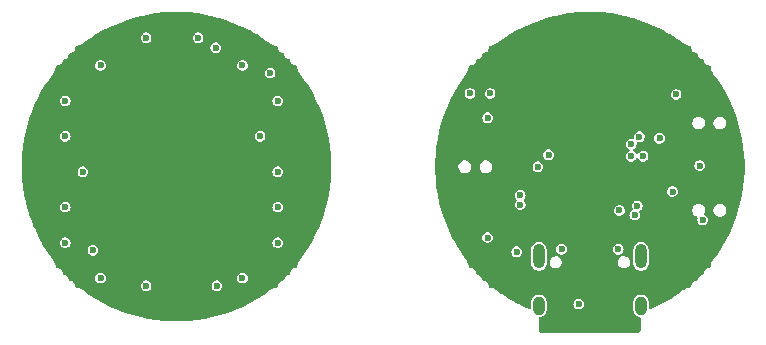
<source format=gbr>
%TF.GenerationSoftware,KiCad,Pcbnew,8.0.2-1*%
%TF.CreationDate,2025-04-10T12:33:35-07:00*%
%TF.ProjectId,Small_Pendant,536d616c-6c5f-4506-956e-64616e742e6b,rev?*%
%TF.SameCoordinates,Original*%
%TF.FileFunction,Copper,L2,Inr*%
%TF.FilePolarity,Positive*%
%FSLAX46Y46*%
G04 Gerber Fmt 4.6, Leading zero omitted, Abs format (unit mm)*
G04 Created by KiCad (PCBNEW 8.0.2-1) date 2025-04-10 12:33:35*
%MOMM*%
%LPD*%
G01*
G04 APERTURE LIST*
%TA.AperFunction,ComponentPad*%
%ADD10O,1.000000X2.100000*%
%TD*%
%TA.AperFunction,ComponentPad*%
%ADD11O,1.000000X1.600000*%
%TD*%
%TA.AperFunction,ViaPad*%
%ADD12C,0.600000*%
%TD*%
G04 APERTURE END LIST*
D10*
%TO.N,unconnected-(J1-SHIELD-PadS1)*%
%TO.C,J1*%
X80680000Y-57590000D03*
%TO.N,unconnected-(J1-SHIELD-PadS2)*%
X89320000Y-57590000D03*
D11*
%TO.N,unconnected-(J1-SHIELD-PadS3)*%
X89320000Y-61770000D03*
%TO.N,unconnected-(J1-SHIELD-PadS4)*%
X80680000Y-61770000D03*
%TD*%
D12*
%TO.N,+5V*%
X76550000Y-43800000D03*
X82600000Y-56990000D03*
X76335000Y-56000000D03*
X94300000Y-49900000D03*
X87400000Y-56990000D03*
%TO.N,DATA_IN*%
X53325000Y-39925000D03*
%TO.N,Earth*%
X88200000Y-54900000D03*
X86975000Y-50000000D03*
X85000000Y-49200000D03*
X90950000Y-45050000D03*
X88200000Y-56990000D03*
X81820000Y-59500000D03*
X85000000Y-59062500D03*
X79050000Y-45050000D03*
X95335000Y-51800000D03*
X86000000Y-50000000D03*
X85000000Y-50800000D03*
X92300000Y-42920000D03*
X82700000Y-51000000D03*
X91200000Y-56300000D03*
X73820000Y-53100000D03*
X79050000Y-54950000D03*
X85680000Y-52700000D03*
X76335000Y-47600000D03*
X81800000Y-56990000D03*
X81820000Y-61900000D03*
X95335000Y-48200000D03*
X81500000Y-47800000D03*
X84000000Y-50000000D03*
X89000000Y-46200000D03*
%TO.N,/MCU/USB_D'-*%
X79100000Y-53200000D03*
%TO.N,/MCU/USB_D'+*%
X79100000Y-52400000D03*
%TO.N,+3V3*%
X92000000Y-52100000D03*
X76350000Y-45850000D03*
X89190000Y-47460000D03*
X88500000Y-49110000D03*
X81500000Y-48980000D03*
X94550000Y-54500000D03*
X84050000Y-61637500D03*
X90900000Y-47600000D03*
%TO.N,LED_DATA*%
X80600000Y-50000000D03*
%TO.N,USR_BTN*%
X89000000Y-53318199D03*
%TO.N,CHIP_EN*%
X92300000Y-43880000D03*
%TO.N,LED_DATA_5V*%
X74850000Y-43800000D03*
%TO.N,SDA*%
X88500000Y-48090000D03*
%TO.N,SCL*%
X89500000Y-49110000D03*
%TO.N,/MCU/LED_BUILTIN*%
X88800000Y-54100000D03*
%TO.N,IMU_INT*%
X87500000Y-53700000D03*
%TO.N,GPIO9{slash}BOOT*%
X78800000Y-57200000D03*
%TO.N,GND*%
X44425000Y-40575000D03*
X44425000Y-58575000D03*
X52575000Y-60925000D03*
X39075000Y-48925000D03*
X42075000Y-57925000D03*
X58575000Y-45925000D03*
X46575000Y-39925000D03*
X58575000Y-48925000D03*
X40575000Y-54925000D03*
X56425000Y-40575000D03*
X51075000Y-39925000D03*
X41425000Y-43575000D03*
X56425000Y-43575000D03*
X41425000Y-55575000D03*
X56425000Y-58575000D03*
X40575000Y-45925000D03*
X57075000Y-54925000D03*
X39075000Y-51925000D03*
X60075000Y-51925000D03*
X42075000Y-42925000D03*
X46575000Y-60925000D03*
%TO.N,+5VL*%
X53425000Y-60075000D03*
X42075000Y-50425000D03*
X40575000Y-44425000D03*
X43575000Y-59425000D03*
X47425000Y-39075000D03*
X58575000Y-50425000D03*
X58575000Y-56425000D03*
X47425000Y-60075000D03*
X43575000Y-41425000D03*
X51825000Y-39075000D03*
X58575000Y-44425000D03*
X55575000Y-41425000D03*
X40575000Y-53425000D03*
X40575000Y-47425000D03*
X40575000Y-56425000D03*
X42925000Y-57075000D03*
X58575000Y-53425000D03*
X57925000Y-42075000D03*
X55575000Y-59425000D03*
X57075000Y-47425000D03*
%TD*%
%TA.AperFunction,Conductor*%
%TO.N,GND*%
G36*
X50343685Y-36901481D02*
G01*
X51017309Y-36936523D01*
X51023693Y-36937022D01*
X51694604Y-37007015D01*
X51700934Y-37007842D01*
X52367316Y-37112597D01*
X52373597Y-37113752D01*
X53033623Y-37252983D01*
X53039866Y-37254470D01*
X53495292Y-37375561D01*
X53691728Y-37427790D01*
X53697909Y-37429606D01*
X54339892Y-37636559D01*
X54345952Y-37638688D01*
X54976318Y-37878714D01*
X54982238Y-37881146D01*
X55569661Y-38140515D01*
X55599323Y-38153612D01*
X55605150Y-38156368D01*
X56009414Y-38360589D01*
X56207172Y-38460489D01*
X56212844Y-38463541D01*
X56520500Y-38639589D01*
X56798276Y-38798538D01*
X56803779Y-38801879D01*
X57278300Y-39107184D01*
X57371040Y-39166852D01*
X57376360Y-39170474D01*
X57585657Y-39321063D01*
X57889268Y-39539511D01*
X57903999Y-39551957D01*
X57904088Y-39552045D01*
X57904089Y-39552045D01*
X57904090Y-39552047D01*
X57914648Y-39559011D01*
X57928345Y-39568046D01*
X57935075Y-39572815D01*
X57958246Y-39590417D01*
X57966029Y-39594208D01*
X57980092Y-39602233D01*
X58023850Y-39631148D01*
X58213940Y-39713811D01*
X58213948Y-39713812D01*
X58213951Y-39713814D01*
X58360524Y-39749262D01*
X58415418Y-39762538D01*
X58463529Y-39765640D01*
X58529163Y-39789597D01*
X58571426Y-39845235D01*
X58579551Y-39889383D01*
X58579551Y-39977281D01*
X58609570Y-40089317D01*
X58636094Y-40135256D01*
X58667563Y-40189762D01*
X58749578Y-40271777D01*
X58850024Y-40329770D01*
X58962058Y-40359789D01*
X58962060Y-40359789D01*
X59003558Y-40359789D01*
X59070597Y-40379474D01*
X59116352Y-40432278D01*
X59127558Y-40483789D01*
X59127558Y-40489935D01*
X59137884Y-40528473D01*
X59157577Y-40601970D01*
X59179749Y-40640372D01*
X59215570Y-40702415D01*
X59297585Y-40784430D01*
X59398031Y-40842423D01*
X59510065Y-40872442D01*
X59510067Y-40872442D01*
X59516211Y-40872442D01*
X59583250Y-40892127D01*
X59629005Y-40944931D01*
X59640211Y-40996442D01*
X59640211Y-41037941D01*
X59670230Y-41149977D01*
X59686951Y-41178937D01*
X59728223Y-41250422D01*
X59810238Y-41332437D01*
X59910684Y-41390430D01*
X60022718Y-41420449D01*
X60022720Y-41420449D01*
X60110620Y-41420449D01*
X60177659Y-41440134D01*
X60223414Y-41492938D01*
X60234363Y-41536469D01*
X60237465Y-41584576D01*
X60237467Y-41584587D01*
X60286192Y-41786055D01*
X60286194Y-41786062D01*
X60325088Y-41875500D01*
X60368856Y-41976148D01*
X60384530Y-41999868D01*
X60397751Y-42019877D01*
X60405768Y-42033924D01*
X60409581Y-42041750D01*
X60427187Y-42064927D01*
X60431954Y-42071656D01*
X60447952Y-42095909D01*
X60448036Y-42095994D01*
X60460487Y-42110730D01*
X60829520Y-42623632D01*
X60833147Y-42628959D01*
X61198117Y-43196215D01*
X61201461Y-43201723D01*
X61536456Y-43787152D01*
X61539510Y-43792827D01*
X61843631Y-44394851D01*
X61846387Y-44400676D01*
X62118845Y-45017741D01*
X62121293Y-45023702D01*
X62361307Y-45654037D01*
X62363443Y-45660117D01*
X62570392Y-46302089D01*
X62572209Y-46308271D01*
X62745525Y-46960120D01*
X62747019Y-46966389D01*
X62886241Y-47626374D01*
X62887407Y-47632712D01*
X62992152Y-48299033D01*
X62992987Y-48305423D01*
X63062975Y-48976288D01*
X63063477Y-48982712D01*
X63098519Y-49656314D01*
X63098686Y-49662756D01*
X63098686Y-50337243D01*
X63098519Y-50343685D01*
X63063477Y-51017287D01*
X63062975Y-51023711D01*
X62992987Y-51694576D01*
X62992152Y-51700966D01*
X62887407Y-52367287D01*
X62886241Y-52373625D01*
X62747019Y-53033610D01*
X62745525Y-53039879D01*
X62572209Y-53691728D01*
X62570392Y-53697910D01*
X62363443Y-54339882D01*
X62361307Y-54345962D01*
X62121293Y-54976297D01*
X62118845Y-54982258D01*
X61846387Y-55599323D01*
X61843631Y-55605148D01*
X61539510Y-56207172D01*
X61536456Y-56212847D01*
X61201461Y-56798276D01*
X61198117Y-56803784D01*
X60833147Y-57371040D01*
X60829520Y-57376367D01*
X60460483Y-57889274D01*
X60448042Y-57903999D01*
X60447954Y-57904087D01*
X60431952Y-57928346D01*
X60427187Y-57935072D01*
X60409580Y-57958250D01*
X60405783Y-57966044D01*
X60397765Y-57980092D01*
X60368856Y-58023842D01*
X60368852Y-58023849D01*
X60286190Y-58213937D01*
X60286185Y-58213951D01*
X60237463Y-58415411D01*
X60237461Y-58415423D01*
X60234359Y-58463531D01*
X60210401Y-58529165D01*
X60154762Y-58571427D01*
X60110616Y-58579551D01*
X60022718Y-58579551D01*
X59910682Y-58609570D01*
X59810238Y-58667563D01*
X59810235Y-58667565D01*
X59728225Y-58749575D01*
X59728223Y-58749578D01*
X59670230Y-58850022D01*
X59640211Y-58962058D01*
X59640211Y-59003558D01*
X59620526Y-59070597D01*
X59567722Y-59116352D01*
X59516211Y-59127558D01*
X59510065Y-59127558D01*
X59398029Y-59157577D01*
X59297585Y-59215570D01*
X59297582Y-59215572D01*
X59215572Y-59297582D01*
X59215570Y-59297585D01*
X59157577Y-59398029D01*
X59127558Y-59510065D01*
X59127558Y-59516211D01*
X59107873Y-59583250D01*
X59055069Y-59629005D01*
X59003558Y-59640211D01*
X58962058Y-59640211D01*
X58850022Y-59670230D01*
X58749578Y-59728223D01*
X58749575Y-59728225D01*
X58667565Y-59810235D01*
X58667563Y-59810238D01*
X58609570Y-59910682D01*
X58579551Y-60022718D01*
X58579551Y-60110620D01*
X58559866Y-60177659D01*
X58507062Y-60223414D01*
X58463531Y-60234363D01*
X58415423Y-60237465D01*
X58415412Y-60237467D01*
X58213944Y-60286192D01*
X58213937Y-60286194D01*
X58023850Y-60368856D01*
X57980119Y-60397753D01*
X57966075Y-60405768D01*
X57958251Y-60409580D01*
X57935071Y-60427188D01*
X57928346Y-60431952D01*
X57904087Y-60447954D01*
X57903999Y-60448042D01*
X57889274Y-60460483D01*
X57376367Y-60829520D01*
X57371040Y-60833147D01*
X56803784Y-61198117D01*
X56798276Y-61201461D01*
X56212847Y-61536456D01*
X56207172Y-61539510D01*
X55605148Y-61843631D01*
X55599323Y-61846387D01*
X54982258Y-62118845D01*
X54976297Y-62121293D01*
X54345962Y-62361307D01*
X54339882Y-62363443D01*
X53697910Y-62570392D01*
X53691728Y-62572209D01*
X53039879Y-62745525D01*
X53033610Y-62747019D01*
X52373625Y-62886241D01*
X52367287Y-62887407D01*
X51700966Y-62992152D01*
X51694576Y-62992987D01*
X51023711Y-63062975D01*
X51017287Y-63063477D01*
X50343685Y-63098519D01*
X50337243Y-63098686D01*
X49662757Y-63098686D01*
X49656315Y-63098519D01*
X48982712Y-63063477D01*
X48976288Y-63062975D01*
X48305423Y-62992987D01*
X48299033Y-62992152D01*
X47632712Y-62887407D01*
X47626374Y-62886241D01*
X46966389Y-62747019D01*
X46960120Y-62745525D01*
X46308271Y-62572209D01*
X46302089Y-62570392D01*
X45660117Y-62363443D01*
X45654037Y-62361307D01*
X45023702Y-62121293D01*
X45017741Y-62118845D01*
X44400676Y-61846387D01*
X44394851Y-61843631D01*
X43792827Y-61539510D01*
X43787152Y-61536456D01*
X43201723Y-61201461D01*
X43196215Y-61198117D01*
X42628959Y-60833147D01*
X42623632Y-60829520D01*
X42110730Y-60460487D01*
X42095994Y-60448036D01*
X42095909Y-60447952D01*
X42071656Y-60431954D01*
X42064926Y-60427186D01*
X42041754Y-60409584D01*
X42041753Y-60409583D01*
X42041750Y-60409582D01*
X42033964Y-60405789D01*
X42019907Y-60397766D01*
X41976152Y-60368853D01*
X41976147Y-60368850D01*
X41786062Y-60286190D01*
X41786063Y-60286190D01*
X41786060Y-60286189D01*
X41786057Y-60286188D01*
X41786048Y-60286185D01*
X41584588Y-60237463D01*
X41584576Y-60237461D01*
X41536469Y-60234359D01*
X41470835Y-60210401D01*
X41428573Y-60154762D01*
X41420449Y-60110616D01*
X41420449Y-60075000D01*
X46969867Y-60075000D01*
X46988302Y-60203225D01*
X47042117Y-60321061D01*
X47042118Y-60321063D01*
X47126951Y-60418967D01*
X47235931Y-60489004D01*
X47360225Y-60525499D01*
X47360227Y-60525500D01*
X47360228Y-60525500D01*
X47489773Y-60525500D01*
X47489773Y-60525499D01*
X47614069Y-60489004D01*
X47723049Y-60418967D01*
X47807882Y-60321063D01*
X47861697Y-60203226D01*
X47880133Y-60075000D01*
X52969867Y-60075000D01*
X52988302Y-60203225D01*
X53042117Y-60321061D01*
X53042118Y-60321063D01*
X53126951Y-60418967D01*
X53235931Y-60489004D01*
X53360225Y-60525499D01*
X53360227Y-60525500D01*
X53360228Y-60525500D01*
X53489773Y-60525500D01*
X53489773Y-60525499D01*
X53614069Y-60489004D01*
X53723049Y-60418967D01*
X53807882Y-60321063D01*
X53861697Y-60203226D01*
X53880133Y-60075000D01*
X53861697Y-59946774D01*
X53807882Y-59828937D01*
X53723049Y-59731033D01*
X53614069Y-59660996D01*
X53614065Y-59660994D01*
X53614064Y-59660994D01*
X53489774Y-59624500D01*
X53489772Y-59624500D01*
X53360228Y-59624500D01*
X53360226Y-59624500D01*
X53235935Y-59660994D01*
X53235932Y-59660995D01*
X53235931Y-59660996D01*
X53184677Y-59693934D01*
X53126950Y-59731033D01*
X53042118Y-59828937D01*
X53042117Y-59828938D01*
X52988302Y-59946774D01*
X52969867Y-60075000D01*
X47880133Y-60075000D01*
X47861697Y-59946774D01*
X47807882Y-59828937D01*
X47723049Y-59731033D01*
X47614069Y-59660996D01*
X47614065Y-59660994D01*
X47614064Y-59660994D01*
X47489774Y-59624500D01*
X47489772Y-59624500D01*
X47360228Y-59624500D01*
X47360226Y-59624500D01*
X47235935Y-59660994D01*
X47235932Y-59660995D01*
X47235931Y-59660996D01*
X47184677Y-59693934D01*
X47126950Y-59731033D01*
X47042118Y-59828937D01*
X47042117Y-59828938D01*
X46988302Y-59946774D01*
X46969867Y-60075000D01*
X41420449Y-60075000D01*
X41420449Y-60022720D01*
X41420449Y-60022718D01*
X41390430Y-59910684D01*
X41332437Y-59810238D01*
X41250422Y-59728223D01*
X41200199Y-59699226D01*
X41149977Y-59670230D01*
X41093959Y-59655220D01*
X41037942Y-59640211D01*
X40996442Y-59640211D01*
X40929403Y-59620526D01*
X40883648Y-59567722D01*
X40872442Y-59516211D01*
X40872442Y-59510067D01*
X40872442Y-59510065D01*
X40849649Y-59425000D01*
X43119867Y-59425000D01*
X43138302Y-59553225D01*
X43192117Y-59671061D01*
X43192118Y-59671063D01*
X43276951Y-59768967D01*
X43385931Y-59839004D01*
X43510225Y-59875499D01*
X43510227Y-59875500D01*
X43510228Y-59875500D01*
X43639773Y-59875500D01*
X43639773Y-59875499D01*
X43764069Y-59839004D01*
X43873049Y-59768967D01*
X43957882Y-59671063D01*
X44011697Y-59553226D01*
X44030133Y-59425000D01*
X55119867Y-59425000D01*
X55138302Y-59553225D01*
X55192117Y-59671061D01*
X55192118Y-59671063D01*
X55276951Y-59768967D01*
X55385931Y-59839004D01*
X55510225Y-59875499D01*
X55510227Y-59875500D01*
X55510228Y-59875500D01*
X55639773Y-59875500D01*
X55639773Y-59875499D01*
X55764069Y-59839004D01*
X55873049Y-59768967D01*
X55957882Y-59671063D01*
X56011697Y-59553226D01*
X56030133Y-59425000D01*
X56011697Y-59296774D01*
X55957882Y-59178937D01*
X55873049Y-59081033D01*
X55764069Y-59010996D01*
X55764065Y-59010994D01*
X55764064Y-59010994D01*
X55639774Y-58974500D01*
X55639772Y-58974500D01*
X55510228Y-58974500D01*
X55510226Y-58974500D01*
X55385935Y-59010994D01*
X55385932Y-59010995D01*
X55385931Y-59010996D01*
X55334677Y-59043934D01*
X55276950Y-59081033D01*
X55192118Y-59178937D01*
X55192117Y-59178938D01*
X55138302Y-59296774D01*
X55119867Y-59425000D01*
X44030133Y-59425000D01*
X44011697Y-59296774D01*
X43957882Y-59178937D01*
X43873049Y-59081033D01*
X43764069Y-59010996D01*
X43764065Y-59010994D01*
X43764064Y-59010994D01*
X43639774Y-58974500D01*
X43639772Y-58974500D01*
X43510228Y-58974500D01*
X43510226Y-58974500D01*
X43385935Y-59010994D01*
X43385932Y-59010995D01*
X43385931Y-59010996D01*
X43334677Y-59043934D01*
X43276950Y-59081033D01*
X43192118Y-59178937D01*
X43192117Y-59178938D01*
X43138302Y-59296774D01*
X43119867Y-59425000D01*
X40849649Y-59425000D01*
X40842423Y-59398031D01*
X40784430Y-59297585D01*
X40702415Y-59215570D01*
X40638967Y-59178938D01*
X40601970Y-59157577D01*
X40519482Y-59135475D01*
X40489935Y-59127558D01*
X40483789Y-59127558D01*
X40416750Y-59107873D01*
X40370995Y-59055069D01*
X40359789Y-59003558D01*
X40359789Y-58962060D01*
X40359789Y-58962058D01*
X40329770Y-58850024D01*
X40271777Y-58749578D01*
X40189762Y-58667563D01*
X40129809Y-58632949D01*
X40089317Y-58609570D01*
X40033299Y-58594560D01*
X39977282Y-58579551D01*
X39889379Y-58579551D01*
X39822340Y-58559866D01*
X39776585Y-58507062D01*
X39765636Y-58463529D01*
X39762534Y-58415420D01*
X39762533Y-58415414D01*
X39762532Y-58415411D01*
X39713807Y-58213942D01*
X39631144Y-58023852D01*
X39602242Y-57980114D01*
X39594227Y-57966069D01*
X39590417Y-57958249D01*
X39590417Y-57958247D01*
X39572815Y-57935076D01*
X39568049Y-57928350D01*
X39552047Y-57904090D01*
X39552045Y-57904089D01*
X39552045Y-57904088D01*
X39551957Y-57903999D01*
X39539511Y-57889268D01*
X39170479Y-57376367D01*
X39166852Y-57371040D01*
X39134696Y-57321062D01*
X38976381Y-57075000D01*
X42469867Y-57075000D01*
X42488302Y-57203225D01*
X42520274Y-57273232D01*
X42542118Y-57321063D01*
X42626951Y-57418967D01*
X42735931Y-57489004D01*
X42860225Y-57525499D01*
X42860227Y-57525500D01*
X42860228Y-57525500D01*
X42989773Y-57525500D01*
X42989773Y-57525499D01*
X43114069Y-57489004D01*
X43223049Y-57418967D01*
X43307882Y-57321063D01*
X43361697Y-57203226D01*
X43380133Y-57075000D01*
X43361697Y-56946774D01*
X43307882Y-56828937D01*
X43223049Y-56731033D01*
X43114069Y-56660996D01*
X43114065Y-56660994D01*
X43114064Y-56660994D01*
X42989774Y-56624500D01*
X42989772Y-56624500D01*
X42860228Y-56624500D01*
X42860226Y-56624500D01*
X42735935Y-56660994D01*
X42735932Y-56660995D01*
X42735931Y-56660996D01*
X42684677Y-56693934D01*
X42626950Y-56731033D01*
X42542118Y-56828937D01*
X42542117Y-56828938D01*
X42488302Y-56946774D01*
X42469867Y-57075000D01*
X38976381Y-57075000D01*
X38801879Y-56803779D01*
X38798538Y-56798276D01*
X38725743Y-56671062D01*
X38584941Y-56425000D01*
X40119867Y-56425000D01*
X40138302Y-56553225D01*
X40192117Y-56671061D01*
X40192118Y-56671063D01*
X40276951Y-56768967D01*
X40385931Y-56839004D01*
X40510225Y-56875499D01*
X40510227Y-56875500D01*
X40510228Y-56875500D01*
X40639773Y-56875500D01*
X40639773Y-56875499D01*
X40764069Y-56839004D01*
X40873049Y-56768967D01*
X40957882Y-56671063D01*
X41011697Y-56553226D01*
X41030133Y-56425000D01*
X58119867Y-56425000D01*
X58138302Y-56553225D01*
X58192117Y-56671061D01*
X58192118Y-56671063D01*
X58276951Y-56768967D01*
X58385931Y-56839004D01*
X58510225Y-56875499D01*
X58510227Y-56875500D01*
X58510228Y-56875500D01*
X58639773Y-56875500D01*
X58639773Y-56875499D01*
X58764069Y-56839004D01*
X58873049Y-56768967D01*
X58957882Y-56671063D01*
X59011697Y-56553226D01*
X59030133Y-56425000D01*
X59011697Y-56296774D01*
X58957882Y-56178937D01*
X58873049Y-56081033D01*
X58764069Y-56010996D01*
X58764065Y-56010994D01*
X58764064Y-56010994D01*
X58639774Y-55974500D01*
X58639772Y-55974500D01*
X58510228Y-55974500D01*
X58510226Y-55974500D01*
X58385935Y-56010994D01*
X58385932Y-56010995D01*
X58385931Y-56010996D01*
X58334677Y-56043934D01*
X58276950Y-56081033D01*
X58192118Y-56178937D01*
X58192117Y-56178938D01*
X58138302Y-56296774D01*
X58119867Y-56425000D01*
X41030133Y-56425000D01*
X41011697Y-56296774D01*
X40957882Y-56178937D01*
X40873049Y-56081033D01*
X40764069Y-56010996D01*
X40764065Y-56010994D01*
X40764064Y-56010994D01*
X40639774Y-55974500D01*
X40639772Y-55974500D01*
X40510228Y-55974500D01*
X40510226Y-55974500D01*
X40385935Y-56010994D01*
X40385932Y-56010995D01*
X40385931Y-56010996D01*
X40334677Y-56043934D01*
X40276950Y-56081033D01*
X40192118Y-56178937D01*
X40192117Y-56178938D01*
X40138302Y-56296774D01*
X40119867Y-56425000D01*
X38584941Y-56425000D01*
X38463541Y-56212844D01*
X38460489Y-56207172D01*
X38156368Y-55605148D01*
X38153612Y-55599323D01*
X37978825Y-55203463D01*
X37881146Y-54982238D01*
X37878714Y-54976318D01*
X37638688Y-54345952D01*
X37636556Y-54339882D01*
X37429607Y-53697910D01*
X37427790Y-53691728D01*
X37369141Y-53471145D01*
X37356872Y-53425000D01*
X40119867Y-53425000D01*
X40138302Y-53553225D01*
X40192117Y-53671061D01*
X40192118Y-53671063D01*
X40276951Y-53768967D01*
X40385931Y-53839004D01*
X40510225Y-53875499D01*
X40510227Y-53875500D01*
X40510228Y-53875500D01*
X40639773Y-53875500D01*
X40639773Y-53875499D01*
X40764069Y-53839004D01*
X40873049Y-53768967D01*
X40957882Y-53671063D01*
X41011697Y-53553226D01*
X41030133Y-53425000D01*
X58119867Y-53425000D01*
X58138302Y-53553225D01*
X58192117Y-53671061D01*
X58192118Y-53671063D01*
X58276951Y-53768967D01*
X58385931Y-53839004D01*
X58510225Y-53875499D01*
X58510227Y-53875500D01*
X58510228Y-53875500D01*
X58639773Y-53875500D01*
X58639773Y-53875499D01*
X58764069Y-53839004D01*
X58873049Y-53768967D01*
X58957882Y-53671063D01*
X59011697Y-53553226D01*
X59030133Y-53425000D01*
X59011697Y-53296774D01*
X58957882Y-53178937D01*
X58873049Y-53081033D01*
X58764069Y-53010996D01*
X58764065Y-53010994D01*
X58764064Y-53010994D01*
X58639774Y-52974500D01*
X58639772Y-52974500D01*
X58510228Y-52974500D01*
X58510226Y-52974500D01*
X58385935Y-53010994D01*
X58385932Y-53010995D01*
X58385931Y-53010996D01*
X58350743Y-53033610D01*
X58276950Y-53081033D01*
X58192118Y-53178937D01*
X58192117Y-53178938D01*
X58138302Y-53296774D01*
X58119867Y-53425000D01*
X41030133Y-53425000D01*
X41011697Y-53296774D01*
X40957882Y-53178937D01*
X40873049Y-53081033D01*
X40764069Y-53010996D01*
X40764065Y-53010994D01*
X40764064Y-53010994D01*
X40639774Y-52974500D01*
X40639772Y-52974500D01*
X40510228Y-52974500D01*
X40510226Y-52974500D01*
X40385935Y-53010994D01*
X40385932Y-53010995D01*
X40385931Y-53010996D01*
X40350743Y-53033610D01*
X40276950Y-53081033D01*
X40192118Y-53178937D01*
X40192117Y-53178938D01*
X40138302Y-53296774D01*
X40119867Y-53425000D01*
X37356872Y-53425000D01*
X37254470Y-53039866D01*
X37252980Y-53033610D01*
X37248210Y-53010996D01*
X37113752Y-52373597D01*
X37112597Y-52367316D01*
X37007842Y-51700934D01*
X37007015Y-51694604D01*
X36937022Y-51023693D01*
X36936523Y-51017309D01*
X36905711Y-50425000D01*
X41619867Y-50425000D01*
X41638302Y-50553225D01*
X41692117Y-50671061D01*
X41692118Y-50671063D01*
X41776951Y-50768967D01*
X41885931Y-50839004D01*
X42010225Y-50875499D01*
X42010227Y-50875500D01*
X42010228Y-50875500D01*
X42139773Y-50875500D01*
X42139773Y-50875499D01*
X42264069Y-50839004D01*
X42373049Y-50768967D01*
X42457882Y-50671063D01*
X42511697Y-50553226D01*
X42530133Y-50425000D01*
X58119867Y-50425000D01*
X58138302Y-50553225D01*
X58192117Y-50671061D01*
X58192118Y-50671063D01*
X58276951Y-50768967D01*
X58385931Y-50839004D01*
X58510225Y-50875499D01*
X58510227Y-50875500D01*
X58510228Y-50875500D01*
X58639773Y-50875500D01*
X58639773Y-50875499D01*
X58764069Y-50839004D01*
X58873049Y-50768967D01*
X58957882Y-50671063D01*
X59011697Y-50553226D01*
X59030133Y-50425000D01*
X59011697Y-50296774D01*
X58957882Y-50178937D01*
X58873049Y-50081033D01*
X58764069Y-50010996D01*
X58764065Y-50010994D01*
X58764064Y-50010994D01*
X58639774Y-49974500D01*
X58639772Y-49974500D01*
X58510228Y-49974500D01*
X58510226Y-49974500D01*
X58385935Y-50010994D01*
X58385932Y-50010995D01*
X58385931Y-50010996D01*
X58334677Y-50043934D01*
X58276950Y-50081033D01*
X58192118Y-50178937D01*
X58192117Y-50178938D01*
X58138302Y-50296774D01*
X58119867Y-50425000D01*
X42530133Y-50425000D01*
X42511697Y-50296774D01*
X42457882Y-50178937D01*
X42373049Y-50081033D01*
X42264069Y-50010996D01*
X42264065Y-50010994D01*
X42264064Y-50010994D01*
X42139774Y-49974500D01*
X42139772Y-49974500D01*
X42010228Y-49974500D01*
X42010226Y-49974500D01*
X41885935Y-50010994D01*
X41885932Y-50010995D01*
X41885931Y-50010996D01*
X41834677Y-50043934D01*
X41776950Y-50081033D01*
X41692118Y-50178937D01*
X41692117Y-50178938D01*
X41638302Y-50296774D01*
X41619867Y-50425000D01*
X36905711Y-50425000D01*
X36901481Y-50343685D01*
X36901314Y-50337243D01*
X36901314Y-49662756D01*
X36901481Y-49656314D01*
X36922628Y-49249804D01*
X36936523Y-48982687D01*
X36937022Y-48976309D01*
X37007016Y-48305390D01*
X37007842Y-48299070D01*
X37112598Y-47632676D01*
X37113751Y-47626409D01*
X37156237Y-47425000D01*
X40119867Y-47425000D01*
X40138302Y-47553225D01*
X40174603Y-47632712D01*
X40192118Y-47671063D01*
X40276951Y-47768967D01*
X40385931Y-47839004D01*
X40510225Y-47875499D01*
X40510227Y-47875500D01*
X40510228Y-47875500D01*
X40639773Y-47875500D01*
X40639773Y-47875499D01*
X40764069Y-47839004D01*
X40873049Y-47768967D01*
X40957882Y-47671063D01*
X41011697Y-47553226D01*
X41030133Y-47425000D01*
X56619867Y-47425000D01*
X56638302Y-47553225D01*
X56674603Y-47632712D01*
X56692118Y-47671063D01*
X56776951Y-47768967D01*
X56885931Y-47839004D01*
X57010225Y-47875499D01*
X57010227Y-47875500D01*
X57010228Y-47875500D01*
X57139773Y-47875500D01*
X57139773Y-47875499D01*
X57264069Y-47839004D01*
X57373049Y-47768967D01*
X57457882Y-47671063D01*
X57511697Y-47553226D01*
X57530133Y-47425000D01*
X57511697Y-47296774D01*
X57457882Y-47178937D01*
X57373049Y-47081033D01*
X57264069Y-47010996D01*
X57264065Y-47010994D01*
X57264064Y-47010994D01*
X57139774Y-46974500D01*
X57139772Y-46974500D01*
X57010228Y-46974500D01*
X57010226Y-46974500D01*
X56885935Y-47010994D01*
X56885932Y-47010995D01*
X56885931Y-47010996D01*
X56876897Y-47016802D01*
X56776950Y-47081033D01*
X56692118Y-47178937D01*
X56692117Y-47178938D01*
X56638302Y-47296774D01*
X56619867Y-47425000D01*
X41030133Y-47425000D01*
X41011697Y-47296774D01*
X40957882Y-47178937D01*
X40873049Y-47081033D01*
X40764069Y-47010996D01*
X40764065Y-47010994D01*
X40764064Y-47010994D01*
X40639774Y-46974500D01*
X40639772Y-46974500D01*
X40510228Y-46974500D01*
X40510226Y-46974500D01*
X40385935Y-47010994D01*
X40385932Y-47010995D01*
X40385931Y-47010996D01*
X40376897Y-47016802D01*
X40276950Y-47081033D01*
X40192118Y-47178937D01*
X40192117Y-47178938D01*
X40138302Y-47296774D01*
X40119867Y-47425000D01*
X37156237Y-47425000D01*
X37252984Y-46966368D01*
X37254468Y-46960142D01*
X37427793Y-46308260D01*
X37429607Y-46302089D01*
X37435388Y-46284156D01*
X37636563Y-45660095D01*
X37638684Y-45654059D01*
X37878720Y-45023667D01*
X37881140Y-45017774D01*
X38142872Y-44425000D01*
X40119867Y-44425000D01*
X40138302Y-44553225D01*
X40192117Y-44671061D01*
X40192118Y-44671063D01*
X40276951Y-44768967D01*
X40385931Y-44839004D01*
X40412285Y-44846742D01*
X40510225Y-44875499D01*
X40510227Y-44875500D01*
X40510228Y-44875500D01*
X40639773Y-44875500D01*
X40639773Y-44875499D01*
X40764069Y-44839004D01*
X40873049Y-44768967D01*
X40957882Y-44671063D01*
X41011697Y-44553226D01*
X41030133Y-44425000D01*
X58119867Y-44425000D01*
X58138302Y-44553225D01*
X58192117Y-44671061D01*
X58192118Y-44671063D01*
X58276951Y-44768967D01*
X58385931Y-44839004D01*
X58412285Y-44846742D01*
X58510225Y-44875499D01*
X58510227Y-44875500D01*
X58510228Y-44875500D01*
X58639773Y-44875500D01*
X58639773Y-44875499D01*
X58764069Y-44839004D01*
X58873049Y-44768967D01*
X58957882Y-44671063D01*
X59011697Y-44553226D01*
X59030133Y-44425000D01*
X59011697Y-44296774D01*
X58957882Y-44178937D01*
X58873049Y-44081033D01*
X58764069Y-44010996D01*
X58764065Y-44010994D01*
X58764064Y-44010994D01*
X58639774Y-43974500D01*
X58639772Y-43974500D01*
X58510228Y-43974500D01*
X58510226Y-43974500D01*
X58385935Y-44010994D01*
X58385932Y-44010995D01*
X58385931Y-44010996D01*
X58334677Y-44043934D01*
X58276950Y-44081033D01*
X58192118Y-44178937D01*
X58192117Y-44178938D01*
X58138302Y-44296774D01*
X58119867Y-44425000D01*
X41030133Y-44425000D01*
X41011697Y-44296774D01*
X40957882Y-44178937D01*
X40873049Y-44081033D01*
X40764069Y-44010996D01*
X40764065Y-44010994D01*
X40764064Y-44010994D01*
X40639774Y-43974500D01*
X40639772Y-43974500D01*
X40510228Y-43974500D01*
X40510226Y-43974500D01*
X40385935Y-44010994D01*
X40385932Y-44010995D01*
X40385931Y-44010996D01*
X40334677Y-44043934D01*
X40276950Y-44081033D01*
X40192118Y-44178937D01*
X40192117Y-44178938D01*
X40138302Y-44296774D01*
X40119867Y-44425000D01*
X38142872Y-44425000D01*
X38153618Y-44400662D01*
X38156368Y-44394851D01*
X38265440Y-44178938D01*
X38460498Y-43792808D01*
X38463532Y-43787170D01*
X38798551Y-43201700D01*
X38801868Y-43196237D01*
X39166870Y-42628931D01*
X39170480Y-42623632D01*
X39539509Y-42110733D01*
X39551968Y-42095990D01*
X39552043Y-42095912D01*
X39552047Y-42095910D01*
X39565839Y-42075000D01*
X57469867Y-42075000D01*
X57488302Y-42203225D01*
X57542117Y-42321061D01*
X57542118Y-42321063D01*
X57626951Y-42418967D01*
X57735931Y-42489004D01*
X57860225Y-42525499D01*
X57860227Y-42525500D01*
X57860228Y-42525500D01*
X57989773Y-42525500D01*
X57989773Y-42525499D01*
X58114069Y-42489004D01*
X58223049Y-42418967D01*
X58307882Y-42321063D01*
X58361697Y-42203226D01*
X58380133Y-42075000D01*
X58361697Y-41946774D01*
X58307882Y-41828937D01*
X58223049Y-41731033D01*
X58114069Y-41660996D01*
X58114065Y-41660994D01*
X58114064Y-41660994D01*
X57989774Y-41624500D01*
X57989772Y-41624500D01*
X57860228Y-41624500D01*
X57860226Y-41624500D01*
X57735935Y-41660994D01*
X57735932Y-41660995D01*
X57735931Y-41660996D01*
X57684677Y-41693934D01*
X57626950Y-41731033D01*
X57542118Y-41828937D01*
X57542117Y-41828938D01*
X57488302Y-41946774D01*
X57469867Y-42075000D01*
X39565839Y-42075000D01*
X39568054Y-42071641D01*
X39572818Y-42064918D01*
X39590417Y-42041753D01*
X39590418Y-42041746D01*
X39594208Y-42033968D01*
X39602229Y-42019912D01*
X39631148Y-41976150D01*
X39713811Y-41786060D01*
X39762538Y-41584582D01*
X39765640Y-41536470D01*
X39789597Y-41470837D01*
X39845235Y-41428574D01*
X39864655Y-41425000D01*
X43119867Y-41425000D01*
X43138302Y-41553225D01*
X43192117Y-41671061D01*
X43192118Y-41671063D01*
X43276951Y-41768967D01*
X43385931Y-41839004D01*
X43510225Y-41875499D01*
X43510227Y-41875500D01*
X43510228Y-41875500D01*
X43639773Y-41875500D01*
X43639773Y-41875499D01*
X43764069Y-41839004D01*
X43873049Y-41768967D01*
X43957882Y-41671063D01*
X44011697Y-41553226D01*
X44030133Y-41425000D01*
X55119867Y-41425000D01*
X55138302Y-41553225D01*
X55192117Y-41671061D01*
X55192118Y-41671063D01*
X55276951Y-41768967D01*
X55385931Y-41839004D01*
X55510225Y-41875499D01*
X55510227Y-41875500D01*
X55510228Y-41875500D01*
X55639773Y-41875500D01*
X55639773Y-41875499D01*
X55764069Y-41839004D01*
X55873049Y-41768967D01*
X55957882Y-41671063D01*
X56011697Y-41553226D01*
X56030133Y-41425000D01*
X56011697Y-41296774D01*
X55957882Y-41178937D01*
X55873049Y-41081033D01*
X55764069Y-41010996D01*
X55764065Y-41010994D01*
X55764064Y-41010994D01*
X55639774Y-40974500D01*
X55639772Y-40974500D01*
X55510228Y-40974500D01*
X55510226Y-40974500D01*
X55385935Y-41010994D01*
X55385932Y-41010995D01*
X55385931Y-41010996D01*
X55344005Y-41037940D01*
X55276950Y-41081033D01*
X55192118Y-41178937D01*
X55192117Y-41178938D01*
X55138302Y-41296774D01*
X55119867Y-41425000D01*
X44030133Y-41425000D01*
X44011697Y-41296774D01*
X43957882Y-41178937D01*
X43873049Y-41081033D01*
X43764069Y-41010996D01*
X43764065Y-41010994D01*
X43764064Y-41010994D01*
X43639774Y-40974500D01*
X43639772Y-40974500D01*
X43510228Y-40974500D01*
X43510226Y-40974500D01*
X43385935Y-41010994D01*
X43385932Y-41010995D01*
X43385931Y-41010996D01*
X43344005Y-41037940D01*
X43276950Y-41081033D01*
X43192118Y-41178937D01*
X43192117Y-41178938D01*
X43138302Y-41296774D01*
X43119867Y-41425000D01*
X39864655Y-41425000D01*
X39889383Y-41420449D01*
X39977280Y-41420449D01*
X39977282Y-41420449D01*
X40089316Y-41390430D01*
X40189762Y-41332437D01*
X40271777Y-41250422D01*
X40329770Y-41149976D01*
X40359789Y-41037942D01*
X40359789Y-40996442D01*
X40379474Y-40929403D01*
X40432278Y-40883648D01*
X40483789Y-40872442D01*
X40489933Y-40872442D01*
X40489935Y-40872442D01*
X40601969Y-40842423D01*
X40702415Y-40784430D01*
X40784430Y-40702415D01*
X40842423Y-40601969D01*
X40872442Y-40489935D01*
X40872442Y-40483789D01*
X40892127Y-40416750D01*
X40944931Y-40370995D01*
X40996442Y-40359789D01*
X41037940Y-40359789D01*
X41037942Y-40359789D01*
X41149976Y-40329770D01*
X41250422Y-40271777D01*
X41332437Y-40189762D01*
X41390430Y-40089316D01*
X41420449Y-39977282D01*
X41420449Y-39925000D01*
X52869867Y-39925000D01*
X52888302Y-40053225D01*
X52942117Y-40171061D01*
X52942118Y-40171063D01*
X52987367Y-40223284D01*
X53020840Y-40261915D01*
X53026951Y-40268967D01*
X53135931Y-40339004D01*
X53260225Y-40375499D01*
X53260227Y-40375500D01*
X53260228Y-40375500D01*
X53389773Y-40375500D01*
X53389773Y-40375499D01*
X53514069Y-40339004D01*
X53623049Y-40268967D01*
X53707882Y-40171063D01*
X53761697Y-40053226D01*
X53780133Y-39925000D01*
X53761697Y-39796774D01*
X53707882Y-39678937D01*
X53623049Y-39581033D01*
X53514069Y-39510996D01*
X53514065Y-39510994D01*
X53514064Y-39510994D01*
X53389774Y-39474500D01*
X53389772Y-39474500D01*
X53260228Y-39474500D01*
X53260226Y-39474500D01*
X53135935Y-39510994D01*
X53135932Y-39510995D01*
X53135931Y-39510996D01*
X53091561Y-39539511D01*
X53026950Y-39581033D01*
X52942118Y-39678937D01*
X52942117Y-39678938D01*
X52888302Y-39796774D01*
X52869867Y-39925000D01*
X41420449Y-39925000D01*
X41420449Y-39889379D01*
X41440134Y-39822340D01*
X41492938Y-39776585D01*
X41536469Y-39765636D01*
X41584582Y-39762534D01*
X41786058Y-39713807D01*
X41976148Y-39631144D01*
X41978338Y-39629697D01*
X42019875Y-39602250D01*
X42033936Y-39594225D01*
X42041753Y-39590417D01*
X42064917Y-39572819D01*
X42071641Y-39568054D01*
X42095910Y-39552047D01*
X42095912Y-39552043D01*
X42095990Y-39551968D01*
X42110733Y-39539509D01*
X42623642Y-39170472D01*
X42628931Y-39166870D01*
X42771720Y-39075000D01*
X46969867Y-39075000D01*
X46988302Y-39203225D01*
X47039762Y-39315904D01*
X47042118Y-39321063D01*
X47126951Y-39418967D01*
X47235931Y-39489004D01*
X47333534Y-39517662D01*
X47360225Y-39525499D01*
X47360227Y-39525500D01*
X47360228Y-39525500D01*
X47489773Y-39525500D01*
X47489773Y-39525499D01*
X47614069Y-39489004D01*
X47723049Y-39418967D01*
X47807882Y-39321063D01*
X47861697Y-39203226D01*
X47880133Y-39075000D01*
X51369867Y-39075000D01*
X51388302Y-39203225D01*
X51439762Y-39315904D01*
X51442118Y-39321063D01*
X51526951Y-39418967D01*
X51635931Y-39489004D01*
X51733534Y-39517662D01*
X51760225Y-39525499D01*
X51760227Y-39525500D01*
X51760228Y-39525500D01*
X51889773Y-39525500D01*
X51889773Y-39525499D01*
X52014069Y-39489004D01*
X52123049Y-39418967D01*
X52207882Y-39321063D01*
X52261697Y-39203226D01*
X52280133Y-39075000D01*
X52261697Y-38946774D01*
X52207882Y-38828937D01*
X52123049Y-38731033D01*
X52014069Y-38660996D01*
X52014065Y-38660994D01*
X52014064Y-38660994D01*
X51889774Y-38624500D01*
X51889772Y-38624500D01*
X51760228Y-38624500D01*
X51760226Y-38624500D01*
X51635935Y-38660994D01*
X51635932Y-38660995D01*
X51635931Y-38660996D01*
X51584677Y-38693934D01*
X51526950Y-38731033D01*
X51442118Y-38828937D01*
X51442117Y-38828938D01*
X51388302Y-38946774D01*
X51369867Y-39075000D01*
X47880133Y-39075000D01*
X47861697Y-38946774D01*
X47807882Y-38828937D01*
X47723049Y-38731033D01*
X47614069Y-38660996D01*
X47614065Y-38660994D01*
X47614064Y-38660994D01*
X47489774Y-38624500D01*
X47489772Y-38624500D01*
X47360228Y-38624500D01*
X47360226Y-38624500D01*
X47235935Y-38660994D01*
X47235932Y-38660995D01*
X47235931Y-38660996D01*
X47184677Y-38693934D01*
X47126950Y-38731033D01*
X47042118Y-38828937D01*
X47042117Y-38828938D01*
X46988302Y-38946774D01*
X46969867Y-39075000D01*
X42771720Y-39075000D01*
X43196237Y-38801868D01*
X43201700Y-38798551D01*
X43787170Y-38463532D01*
X43792808Y-38460498D01*
X44394864Y-38156361D01*
X44400662Y-38153618D01*
X45017774Y-37881140D01*
X45023667Y-37878720D01*
X45654059Y-37638684D01*
X45660095Y-37636563D01*
X46302100Y-37429603D01*
X46308260Y-37427793D01*
X46960142Y-37254468D01*
X46966368Y-37252984D01*
X47626409Y-37113751D01*
X47632676Y-37112598D01*
X48299070Y-37007842D01*
X48305390Y-37007016D01*
X48976309Y-36937022D01*
X48982687Y-36936523D01*
X49656315Y-36901481D01*
X49662757Y-36901314D01*
X50337243Y-36901314D01*
X50343685Y-36901481D01*
G37*
%TD.AperFunction*%
%TD*%
%TA.AperFunction,Conductor*%
%TO.N,Earth*%
G36*
X85343685Y-36901481D02*
G01*
X86017309Y-36936523D01*
X86023693Y-36937022D01*
X86694604Y-37007015D01*
X86700934Y-37007842D01*
X87367316Y-37112597D01*
X87373597Y-37113752D01*
X88033623Y-37252983D01*
X88039866Y-37254470D01*
X88495292Y-37375561D01*
X88691728Y-37427790D01*
X88697909Y-37429606D01*
X89339892Y-37636559D01*
X89345952Y-37638688D01*
X89976318Y-37878714D01*
X89982238Y-37881146D01*
X90569661Y-38140515D01*
X90599323Y-38153612D01*
X90605150Y-38156368D01*
X91009414Y-38360589D01*
X91207172Y-38460489D01*
X91212844Y-38463541D01*
X91520500Y-38639589D01*
X91798276Y-38798538D01*
X91803779Y-38801879D01*
X92278300Y-39107184D01*
X92371040Y-39166852D01*
X92376360Y-39170474D01*
X92556253Y-39299907D01*
X92889268Y-39539511D01*
X92903999Y-39551957D01*
X92904088Y-39552045D01*
X92904089Y-39552045D01*
X92904090Y-39552047D01*
X92914648Y-39559011D01*
X92928345Y-39568046D01*
X92935075Y-39572815D01*
X92958246Y-39590417D01*
X92966029Y-39594208D01*
X92980092Y-39602233D01*
X93023850Y-39631148D01*
X93213940Y-39713811D01*
X93213948Y-39713812D01*
X93213951Y-39713814D01*
X93360524Y-39749262D01*
X93415418Y-39762538D01*
X93463529Y-39765640D01*
X93529163Y-39789597D01*
X93571426Y-39845235D01*
X93579551Y-39889383D01*
X93579551Y-39977281D01*
X93609570Y-40089317D01*
X93636094Y-40135256D01*
X93667563Y-40189762D01*
X93749578Y-40271777D01*
X93850024Y-40329770D01*
X93962058Y-40359789D01*
X93962060Y-40359789D01*
X94003558Y-40359789D01*
X94070597Y-40379474D01*
X94116352Y-40432278D01*
X94127558Y-40483789D01*
X94127558Y-40489935D01*
X94137884Y-40528473D01*
X94157577Y-40601970D01*
X94179749Y-40640372D01*
X94215570Y-40702415D01*
X94297585Y-40784430D01*
X94398031Y-40842423D01*
X94510065Y-40872442D01*
X94510067Y-40872442D01*
X94516211Y-40872442D01*
X94583250Y-40892127D01*
X94629005Y-40944931D01*
X94640211Y-40996442D01*
X94640211Y-41037941D01*
X94670230Y-41149977D01*
X94699226Y-41200199D01*
X94728223Y-41250422D01*
X94810238Y-41332437D01*
X94910684Y-41390430D01*
X95022718Y-41420449D01*
X95022720Y-41420449D01*
X95110620Y-41420449D01*
X95177659Y-41440134D01*
X95223414Y-41492938D01*
X95234363Y-41536469D01*
X95237465Y-41584576D01*
X95237467Y-41584587D01*
X95286192Y-41786055D01*
X95286194Y-41786062D01*
X95368856Y-41976147D01*
X95368856Y-41976148D01*
X95384530Y-41999868D01*
X95397751Y-42019877D01*
X95405768Y-42033924D01*
X95409581Y-42041750D01*
X95427187Y-42064927D01*
X95431954Y-42071656D01*
X95447952Y-42095909D01*
X95448036Y-42095994D01*
X95460487Y-42110730D01*
X95829520Y-42623632D01*
X95833147Y-42628959D01*
X96198117Y-43196215D01*
X96201461Y-43201723D01*
X96536456Y-43787152D01*
X96539510Y-43792827D01*
X96843631Y-44394851D01*
X96846387Y-44400676D01*
X97118845Y-45017741D01*
X97121293Y-45023702D01*
X97361307Y-45654037D01*
X97363443Y-45660117D01*
X97570392Y-46302089D01*
X97572209Y-46308271D01*
X97745525Y-46960120D01*
X97747019Y-46966389D01*
X97886241Y-47626374D01*
X97887407Y-47632712D01*
X97992152Y-48299033D01*
X97992987Y-48305423D01*
X98062975Y-48976288D01*
X98063477Y-48982712D01*
X98098519Y-49656314D01*
X98098686Y-49662756D01*
X98098686Y-50337243D01*
X98098519Y-50343685D01*
X98063477Y-51017287D01*
X98062975Y-51023711D01*
X97992987Y-51694576D01*
X97992152Y-51700966D01*
X97887407Y-52367287D01*
X97886241Y-52373625D01*
X97747019Y-53033610D01*
X97745525Y-53039879D01*
X97572209Y-53691728D01*
X97570392Y-53697910D01*
X97363443Y-54339882D01*
X97361307Y-54345962D01*
X97121293Y-54976297D01*
X97118845Y-54982258D01*
X96846387Y-55599323D01*
X96843631Y-55605148D01*
X96539510Y-56207172D01*
X96536456Y-56212847D01*
X96201461Y-56798276D01*
X96198117Y-56803784D01*
X95833147Y-57371040D01*
X95829520Y-57376367D01*
X95460483Y-57889274D01*
X95448042Y-57903999D01*
X95447954Y-57904087D01*
X95431952Y-57928346D01*
X95427187Y-57935072D01*
X95409580Y-57958250D01*
X95405783Y-57966044D01*
X95397765Y-57980092D01*
X95368856Y-58023842D01*
X95368852Y-58023849D01*
X95286190Y-58213937D01*
X95286185Y-58213951D01*
X95237463Y-58415411D01*
X95237461Y-58415423D01*
X95234359Y-58463531D01*
X95210401Y-58529165D01*
X95154762Y-58571427D01*
X95110616Y-58579551D01*
X95022718Y-58579551D01*
X94910682Y-58609570D01*
X94810238Y-58667563D01*
X94810235Y-58667565D01*
X94728225Y-58749575D01*
X94728223Y-58749578D01*
X94670230Y-58850022D01*
X94640211Y-58962058D01*
X94640211Y-59003558D01*
X94620526Y-59070597D01*
X94567722Y-59116352D01*
X94516211Y-59127558D01*
X94510065Y-59127558D01*
X94398029Y-59157577D01*
X94297585Y-59215570D01*
X94297582Y-59215572D01*
X94215572Y-59297582D01*
X94215570Y-59297585D01*
X94157577Y-59398029D01*
X94127558Y-59510065D01*
X94127558Y-59516211D01*
X94107873Y-59583250D01*
X94055069Y-59629005D01*
X94003558Y-59640211D01*
X93962058Y-59640211D01*
X93850022Y-59670230D01*
X93749578Y-59728223D01*
X93749575Y-59728225D01*
X93667565Y-59810235D01*
X93667563Y-59810238D01*
X93609570Y-59910682D01*
X93579551Y-60022718D01*
X93579551Y-60110620D01*
X93559866Y-60177659D01*
X93507062Y-60223414D01*
X93463531Y-60234363D01*
X93415423Y-60237465D01*
X93415412Y-60237467D01*
X93213944Y-60286192D01*
X93213937Y-60286194D01*
X93023851Y-60368856D01*
X93023850Y-60368857D01*
X92938759Y-60425083D01*
X92938678Y-60425136D01*
X92904091Y-60447950D01*
X92895406Y-60456534D01*
X92894625Y-60455744D01*
X92878796Y-60472108D01*
X92478831Y-60762738D01*
X92474493Y-60765751D01*
X92013687Y-61071479D01*
X92009224Y-61074304D01*
X91535864Y-61360103D01*
X91531285Y-61362737D01*
X91046122Y-61628150D01*
X91041435Y-61630585D01*
X90545456Y-61875073D01*
X90540670Y-61877307D01*
X90144539Y-62052021D01*
X90075257Y-62061064D01*
X90012085Y-62031214D01*
X89975078Y-61971950D01*
X89970500Y-61938566D01*
X89970500Y-61405928D01*
X89945502Y-61280261D01*
X89945501Y-61280260D01*
X89945501Y-61280256D01*
X89896465Y-61161873D01*
X89896464Y-61161872D01*
X89896461Y-61161866D01*
X89825276Y-61055331D01*
X89825273Y-61055327D01*
X89734672Y-60964726D01*
X89734668Y-60964723D01*
X89628133Y-60893538D01*
X89628124Y-60893533D01*
X89509744Y-60844499D01*
X89509738Y-60844497D01*
X89384071Y-60819500D01*
X89384069Y-60819500D01*
X89255931Y-60819500D01*
X89255929Y-60819500D01*
X89130261Y-60844497D01*
X89130255Y-60844499D01*
X89011875Y-60893533D01*
X89011866Y-60893538D01*
X88905331Y-60964723D01*
X88905327Y-60964726D01*
X88814726Y-61055327D01*
X88814723Y-61055331D01*
X88743538Y-61161866D01*
X88743533Y-61161875D01*
X88694499Y-61280255D01*
X88694497Y-61280261D01*
X88669500Y-61405928D01*
X88669500Y-61405931D01*
X88669500Y-62134069D01*
X88669500Y-62134071D01*
X88669499Y-62134071D01*
X88694497Y-62259738D01*
X88694499Y-62259744D01*
X88743533Y-62378124D01*
X88743538Y-62378133D01*
X88814723Y-62484668D01*
X88814726Y-62484672D01*
X88905327Y-62575273D01*
X88905331Y-62575276D01*
X89011866Y-62646461D01*
X89011872Y-62646464D01*
X89011873Y-62646465D01*
X89130256Y-62695501D01*
X89130260Y-62695501D01*
X89130261Y-62695502D01*
X89220498Y-62713452D01*
X89282409Y-62745837D01*
X89316983Y-62806553D01*
X89315584Y-62868964D01*
X89299606Y-62925189D01*
X89299605Y-62925193D01*
X89299599Y-62928659D01*
X89299500Y-62929664D01*
X89299500Y-62980968D01*
X89299495Y-63033817D01*
X89299500Y-63033864D01*
X89299500Y-63790242D01*
X89297973Y-63809641D01*
X89287913Y-63873154D01*
X89275925Y-63910049D01*
X89251217Y-63958542D01*
X89228413Y-63989929D01*
X89189929Y-64028413D01*
X89158542Y-64051217D01*
X89110049Y-64075925D01*
X89073154Y-64087913D01*
X89035734Y-64093840D01*
X89009639Y-64097973D01*
X88990243Y-64099500D01*
X81009757Y-64099500D01*
X80990360Y-64097973D01*
X80949549Y-64091509D01*
X80926845Y-64087913D01*
X80889950Y-64075925D01*
X80841457Y-64051217D01*
X80810070Y-64028413D01*
X80771586Y-63989929D01*
X80748782Y-63958542D01*
X80724073Y-63910046D01*
X80712086Y-63873152D01*
X80711427Y-63868993D01*
X80702027Y-63809639D01*
X80700500Y-63790242D01*
X80700500Y-63033864D01*
X80700504Y-63033818D01*
X80700504Y-63032343D01*
X80700615Y-63031963D01*
X80700500Y-62970865D01*
X80700500Y-62929379D01*
X80700420Y-62928583D01*
X80700414Y-62925187D01*
X80684435Y-62868959D01*
X80685044Y-62799095D01*
X80723329Y-62740648D01*
X80779521Y-62713448D01*
X80784615Y-62712434D01*
X80869744Y-62695501D01*
X80988127Y-62646465D01*
X81094669Y-62575276D01*
X81185276Y-62484669D01*
X81256465Y-62378127D01*
X81305501Y-62259744D01*
X81313682Y-62218615D01*
X81330500Y-62134071D01*
X81330500Y-61637500D01*
X83594867Y-61637500D01*
X83613302Y-61765725D01*
X83663241Y-61875073D01*
X83667118Y-61883563D01*
X83751951Y-61981467D01*
X83860931Y-62051504D01*
X83894308Y-62061304D01*
X83985225Y-62087999D01*
X83985227Y-62088000D01*
X83985228Y-62088000D01*
X84114773Y-62088000D01*
X84114773Y-62087999D01*
X84239069Y-62051504D01*
X84348049Y-61981467D01*
X84432882Y-61883563D01*
X84486697Y-61765726D01*
X84505133Y-61637500D01*
X84486697Y-61509274D01*
X84432882Y-61391437D01*
X84348049Y-61293533D01*
X84239069Y-61223496D01*
X84239065Y-61223494D01*
X84239064Y-61223494D01*
X84114774Y-61187000D01*
X84114772Y-61187000D01*
X83985228Y-61187000D01*
X83985226Y-61187000D01*
X83860935Y-61223494D01*
X83860932Y-61223495D01*
X83860931Y-61223496D01*
X83834180Y-61240688D01*
X83751950Y-61293533D01*
X83667118Y-61391437D01*
X83667117Y-61391438D01*
X83613302Y-61509274D01*
X83594867Y-61637500D01*
X81330500Y-61637500D01*
X81330500Y-61405928D01*
X81305502Y-61280261D01*
X81305501Y-61280260D01*
X81305501Y-61280256D01*
X81256465Y-61161873D01*
X81256464Y-61161872D01*
X81256461Y-61161866D01*
X81185276Y-61055331D01*
X81185273Y-61055327D01*
X81094672Y-60964726D01*
X81094668Y-60964723D01*
X80988133Y-60893538D01*
X80988124Y-60893533D01*
X80869744Y-60844499D01*
X80869738Y-60844497D01*
X80744071Y-60819500D01*
X80744069Y-60819500D01*
X80615931Y-60819500D01*
X80615929Y-60819500D01*
X80490261Y-60844497D01*
X80490255Y-60844499D01*
X80371875Y-60893533D01*
X80371866Y-60893538D01*
X80265331Y-60964723D01*
X80265327Y-60964726D01*
X80174726Y-61055327D01*
X80174723Y-61055331D01*
X80103538Y-61161866D01*
X80103533Y-61161875D01*
X80054499Y-61280255D01*
X80054497Y-61280261D01*
X80029500Y-61405928D01*
X80029500Y-61938566D01*
X80009815Y-62005605D01*
X79957011Y-62051360D01*
X79887853Y-62061304D01*
X79855461Y-62052021D01*
X79690024Y-61979055D01*
X79459320Y-61877303D01*
X79454568Y-61875086D01*
X78958550Y-61630578D01*
X78953877Y-61628150D01*
X78468714Y-61362737D01*
X78464135Y-61360103D01*
X77990775Y-61074304D01*
X77986312Y-61071479D01*
X77525506Y-60765751D01*
X77521168Y-60762738D01*
X77507111Y-60752524D01*
X77191225Y-60522989D01*
X77121205Y-60472110D01*
X77105380Y-60455746D01*
X77104598Y-60456538D01*
X77095910Y-60447953D01*
X77065854Y-60428127D01*
X77065771Y-60428072D01*
X76976153Y-60368854D01*
X76976150Y-60368852D01*
X76786062Y-60286190D01*
X76786063Y-60286190D01*
X76786060Y-60286189D01*
X76786057Y-60286188D01*
X76786048Y-60286185D01*
X76584588Y-60237463D01*
X76584576Y-60237461D01*
X76536469Y-60234359D01*
X76470835Y-60210401D01*
X76428573Y-60154762D01*
X76420449Y-60110616D01*
X76420449Y-60022720D01*
X76420449Y-60022718D01*
X76390430Y-59910684D01*
X76332437Y-59810238D01*
X76250422Y-59728223D01*
X76200199Y-59699226D01*
X76149977Y-59670230D01*
X76093959Y-59655220D01*
X76037942Y-59640211D01*
X75996442Y-59640211D01*
X75929403Y-59620526D01*
X75883648Y-59567722D01*
X75872442Y-59516211D01*
X75872442Y-59510067D01*
X75872442Y-59510065D01*
X75842423Y-59398031D01*
X75784430Y-59297585D01*
X75702415Y-59215570D01*
X75652192Y-59186573D01*
X75601970Y-59157577D01*
X75519482Y-59135475D01*
X75489935Y-59127558D01*
X75483789Y-59127558D01*
X75416750Y-59107873D01*
X75370995Y-59055069D01*
X75359789Y-59003558D01*
X75359789Y-58962060D01*
X75359789Y-58962058D01*
X75329770Y-58850024D01*
X75271777Y-58749578D01*
X75189762Y-58667563D01*
X75129809Y-58632949D01*
X75089317Y-58609570D01*
X75033299Y-58594560D01*
X74977282Y-58579551D01*
X74889379Y-58579551D01*
X74822340Y-58559866D01*
X74776585Y-58507062D01*
X74765636Y-58463529D01*
X74762534Y-58415420D01*
X74762533Y-58415414D01*
X74741812Y-58329738D01*
X74713807Y-58213942D01*
X74709514Y-58204071D01*
X80029499Y-58204071D01*
X80054497Y-58329738D01*
X80054499Y-58329744D01*
X80103533Y-58448124D01*
X80103538Y-58448133D01*
X80174723Y-58554668D01*
X80174726Y-58554672D01*
X80265327Y-58645273D01*
X80265331Y-58645276D01*
X80371866Y-58716461D01*
X80371872Y-58716464D01*
X80371873Y-58716465D01*
X80490256Y-58765501D01*
X80490260Y-58765501D01*
X80490261Y-58765502D01*
X80615928Y-58790500D01*
X80615931Y-58790500D01*
X80744071Y-58790500D01*
X80828615Y-58773682D01*
X80869744Y-58765501D01*
X80988127Y-58716465D01*
X81094669Y-58645276D01*
X81185276Y-58554669D01*
X81256465Y-58448127D01*
X81305501Y-58329744D01*
X81313682Y-58288615D01*
X81330500Y-58204071D01*
X81330500Y-58022133D01*
X81594500Y-58022133D01*
X81594500Y-58157867D01*
X81609525Y-58213940D01*
X81629632Y-58288978D01*
X81697495Y-58406520D01*
X81697497Y-58406522D01*
X81697498Y-58406524D01*
X81793476Y-58502502D01*
X81793477Y-58502503D01*
X81793479Y-58502504D01*
X81911021Y-58570367D01*
X81911022Y-58570367D01*
X81911025Y-58570369D01*
X82042133Y-58605500D01*
X82042135Y-58605500D01*
X82177865Y-58605500D01*
X82177867Y-58605500D01*
X82308975Y-58570369D01*
X82426524Y-58502502D01*
X82522502Y-58406524D01*
X82590369Y-58288975D01*
X82625500Y-58157867D01*
X82625500Y-58022133D01*
X87374500Y-58022133D01*
X87374500Y-58157867D01*
X87389525Y-58213940D01*
X87409632Y-58288978D01*
X87477495Y-58406520D01*
X87477497Y-58406522D01*
X87477498Y-58406524D01*
X87573476Y-58502502D01*
X87573477Y-58502503D01*
X87573479Y-58502504D01*
X87691021Y-58570367D01*
X87691022Y-58570367D01*
X87691025Y-58570369D01*
X87822133Y-58605500D01*
X87822135Y-58605500D01*
X87957865Y-58605500D01*
X87957867Y-58605500D01*
X88088975Y-58570369D01*
X88206524Y-58502502D01*
X88302502Y-58406524D01*
X88370369Y-58288975D01*
X88393119Y-58204071D01*
X88669499Y-58204071D01*
X88694497Y-58329738D01*
X88694499Y-58329744D01*
X88743533Y-58448124D01*
X88743538Y-58448133D01*
X88814723Y-58554668D01*
X88814726Y-58554672D01*
X88905327Y-58645273D01*
X88905331Y-58645276D01*
X89011866Y-58716461D01*
X89011872Y-58716464D01*
X89011873Y-58716465D01*
X89130256Y-58765501D01*
X89130260Y-58765501D01*
X89130261Y-58765502D01*
X89255928Y-58790500D01*
X89255931Y-58790500D01*
X89384071Y-58790500D01*
X89468615Y-58773682D01*
X89509744Y-58765501D01*
X89628127Y-58716465D01*
X89734669Y-58645276D01*
X89825276Y-58554669D01*
X89896465Y-58448127D01*
X89945501Y-58329744D01*
X89953682Y-58288615D01*
X89970500Y-58204071D01*
X89970500Y-56975928D01*
X89945502Y-56850261D01*
X89945501Y-56850260D01*
X89945501Y-56850256D01*
X89896465Y-56731873D01*
X89896464Y-56731872D01*
X89896461Y-56731866D01*
X89825276Y-56625331D01*
X89825273Y-56625327D01*
X89734672Y-56534726D01*
X89734668Y-56534723D01*
X89628133Y-56463538D01*
X89628124Y-56463533D01*
X89509744Y-56414499D01*
X89509738Y-56414497D01*
X89384071Y-56389500D01*
X89384069Y-56389500D01*
X89255931Y-56389500D01*
X89255929Y-56389500D01*
X89130261Y-56414497D01*
X89130255Y-56414499D01*
X89011875Y-56463533D01*
X89011866Y-56463538D01*
X88905331Y-56534723D01*
X88905327Y-56534726D01*
X88814726Y-56625327D01*
X88814723Y-56625331D01*
X88743538Y-56731866D01*
X88743533Y-56731875D01*
X88694499Y-56850255D01*
X88694497Y-56850261D01*
X88669500Y-56975928D01*
X88669500Y-56975931D01*
X88669500Y-58204069D01*
X88669500Y-58204071D01*
X88669499Y-58204071D01*
X88393119Y-58204071D01*
X88405500Y-58157867D01*
X88405500Y-58022133D01*
X88370369Y-57891025D01*
X88302502Y-57773476D01*
X88206524Y-57677498D01*
X88206521Y-57677496D01*
X88206520Y-57677495D01*
X88088978Y-57609632D01*
X88088979Y-57609632D01*
X88073484Y-57605480D01*
X87957867Y-57574500D01*
X87822133Y-57574500D01*
X87822132Y-57574500D01*
X87735455Y-57597725D01*
X87671118Y-57596193D01*
X87628172Y-57645756D01*
X87623134Y-57648827D01*
X87573479Y-57677496D01*
X87573473Y-57677500D01*
X87477500Y-57773473D01*
X87477495Y-57773479D01*
X87409632Y-57891021D01*
X87409631Y-57891025D01*
X87374500Y-58022133D01*
X82625500Y-58022133D01*
X82590369Y-57891025D01*
X82522502Y-57773476D01*
X82426524Y-57677498D01*
X82376865Y-57648827D01*
X82328651Y-57598260D01*
X82328401Y-57596964D01*
X82264544Y-57597725D01*
X82177867Y-57574500D01*
X82042133Y-57574500D01*
X81926515Y-57605480D01*
X81911021Y-57609632D01*
X81793479Y-57677495D01*
X81793473Y-57677500D01*
X81697500Y-57773473D01*
X81697495Y-57773479D01*
X81629632Y-57891021D01*
X81629631Y-57891025D01*
X81594500Y-58022133D01*
X81330500Y-58022133D01*
X81330500Y-56990000D01*
X82144867Y-56990000D01*
X82163302Y-57118225D01*
X82217117Y-57236061D01*
X82217118Y-57236063D01*
X82301951Y-57333967D01*
X82363675Y-57373635D01*
X82407179Y-57423838D01*
X82468102Y-57420937D01*
X82473802Y-57422464D01*
X82535227Y-57440500D01*
X82535228Y-57440500D01*
X82664773Y-57440500D01*
X82664773Y-57440499D01*
X82789069Y-57404004D01*
X82898049Y-57333967D01*
X82982882Y-57236063D01*
X83036697Y-57118226D01*
X83055133Y-56990000D01*
X86944867Y-56990000D01*
X86963302Y-57118225D01*
X87017117Y-57236061D01*
X87017118Y-57236063D01*
X87101951Y-57333967D01*
X87210931Y-57404004D01*
X87335225Y-57440499D01*
X87335227Y-57440500D01*
X87335228Y-57440500D01*
X87464771Y-57440500D01*
X87464772Y-57440500D01*
X87526198Y-57422464D01*
X87592983Y-57422464D01*
X87636319Y-57373637D01*
X87698049Y-57333967D01*
X87782882Y-57236063D01*
X87836697Y-57118226D01*
X87855133Y-56990000D01*
X87836697Y-56861774D01*
X87782882Y-56743937D01*
X87698049Y-56646033D01*
X87589069Y-56575996D01*
X87589065Y-56575994D01*
X87589064Y-56575994D01*
X87464774Y-56539500D01*
X87464772Y-56539500D01*
X87335228Y-56539500D01*
X87335226Y-56539500D01*
X87210935Y-56575994D01*
X87210932Y-56575995D01*
X87210931Y-56575996D01*
X87174462Y-56599433D01*
X87101950Y-56646033D01*
X87017118Y-56743937D01*
X87017117Y-56743938D01*
X86963302Y-56861774D01*
X86944867Y-56990000D01*
X83055133Y-56990000D01*
X83036697Y-56861774D01*
X82982882Y-56743937D01*
X82898049Y-56646033D01*
X82789069Y-56575996D01*
X82789065Y-56575994D01*
X82789064Y-56575994D01*
X82664774Y-56539500D01*
X82664772Y-56539500D01*
X82535228Y-56539500D01*
X82535226Y-56539500D01*
X82410935Y-56575994D01*
X82410932Y-56575995D01*
X82410931Y-56575996D01*
X82374462Y-56599433D01*
X82301950Y-56646033D01*
X82217118Y-56743937D01*
X82217117Y-56743938D01*
X82163302Y-56861774D01*
X82144867Y-56990000D01*
X81330500Y-56990000D01*
X81330500Y-56975928D01*
X81305502Y-56850261D01*
X81305501Y-56850260D01*
X81305501Y-56850256D01*
X81256465Y-56731873D01*
X81256464Y-56731872D01*
X81256461Y-56731866D01*
X81185276Y-56625331D01*
X81185273Y-56625327D01*
X81094672Y-56534726D01*
X81094668Y-56534723D01*
X80988133Y-56463538D01*
X80988124Y-56463533D01*
X80869744Y-56414499D01*
X80869738Y-56414497D01*
X80744071Y-56389500D01*
X80744069Y-56389500D01*
X80615931Y-56389500D01*
X80615929Y-56389500D01*
X80490261Y-56414497D01*
X80490255Y-56414499D01*
X80371875Y-56463533D01*
X80371866Y-56463538D01*
X80265331Y-56534723D01*
X80265327Y-56534726D01*
X80174726Y-56625327D01*
X80174723Y-56625331D01*
X80103538Y-56731866D01*
X80103533Y-56731875D01*
X80054499Y-56850255D01*
X80054497Y-56850261D01*
X80029500Y-56975928D01*
X80029500Y-56975931D01*
X80029500Y-58204069D01*
X80029500Y-58204071D01*
X80029499Y-58204071D01*
X74709514Y-58204071D01*
X74631145Y-58023855D01*
X74631144Y-58023852D01*
X74602242Y-57980114D01*
X74594227Y-57966069D01*
X74590417Y-57958249D01*
X74590417Y-57958247D01*
X74572815Y-57935076D01*
X74568049Y-57928350D01*
X74552047Y-57904090D01*
X74552045Y-57904089D01*
X74552045Y-57904088D01*
X74551957Y-57903999D01*
X74539511Y-57889268D01*
X74216622Y-57440499D01*
X74170474Y-57376360D01*
X74166852Y-57371040D01*
X74142999Y-57333967D01*
X74056805Y-57200000D01*
X78344867Y-57200000D01*
X78363302Y-57328225D01*
X78406968Y-57423838D01*
X78417118Y-57446063D01*
X78501951Y-57543967D01*
X78610931Y-57614004D01*
X78729534Y-57648828D01*
X78735225Y-57650499D01*
X78735227Y-57650500D01*
X78735228Y-57650500D01*
X78864773Y-57650500D01*
X78864773Y-57650499D01*
X78989069Y-57614004D01*
X79098049Y-57543967D01*
X79182882Y-57446063D01*
X79236697Y-57328226D01*
X79255133Y-57200000D01*
X79236697Y-57071774D01*
X79182882Y-56953937D01*
X79098049Y-56856033D01*
X78989069Y-56785996D01*
X78989065Y-56785994D01*
X78989064Y-56785994D01*
X78864774Y-56749500D01*
X78864772Y-56749500D01*
X78735228Y-56749500D01*
X78735226Y-56749500D01*
X78610935Y-56785994D01*
X78610932Y-56785995D01*
X78610931Y-56785996D01*
X78559677Y-56818934D01*
X78501950Y-56856033D01*
X78417118Y-56953937D01*
X78417117Y-56953938D01*
X78363302Y-57071774D01*
X78344867Y-57200000D01*
X74056805Y-57200000D01*
X73801879Y-56803779D01*
X73798538Y-56798276D01*
X73770627Y-56749500D01*
X73463541Y-56212844D01*
X73460489Y-56207172D01*
X73355833Y-56000000D01*
X75879867Y-56000000D01*
X75898302Y-56128225D01*
X75952117Y-56246061D01*
X75952118Y-56246063D01*
X76036951Y-56343967D01*
X76145931Y-56414004D01*
X76147617Y-56414499D01*
X76270225Y-56450499D01*
X76270227Y-56450500D01*
X76270228Y-56450500D01*
X76399773Y-56450500D01*
X76399773Y-56450499D01*
X76524069Y-56414004D01*
X76633049Y-56343967D01*
X76717882Y-56246063D01*
X76771697Y-56128226D01*
X76790133Y-56000000D01*
X76771697Y-55871774D01*
X76717882Y-55753937D01*
X76633049Y-55656033D01*
X76524069Y-55585996D01*
X76524065Y-55585994D01*
X76524064Y-55585994D01*
X76399774Y-55549500D01*
X76399772Y-55549500D01*
X76270228Y-55549500D01*
X76270226Y-55549500D01*
X76145935Y-55585994D01*
X76145932Y-55585995D01*
X76145931Y-55585996D01*
X76125194Y-55599323D01*
X76036950Y-55656033D01*
X75952118Y-55753937D01*
X75952117Y-55753938D01*
X75898302Y-55871774D01*
X75879867Y-56000000D01*
X73355833Y-56000000D01*
X73156368Y-55605148D01*
X73153612Y-55599323D01*
X72978825Y-55203463D01*
X72881146Y-54982238D01*
X72878714Y-54976318D01*
X72638688Y-54345952D01*
X72636556Y-54339882D01*
X72627748Y-54312560D01*
X72430280Y-53700000D01*
X87044867Y-53700000D01*
X87063302Y-53828225D01*
X87100020Y-53908624D01*
X87117118Y-53946063D01*
X87201951Y-54043967D01*
X87310931Y-54114004D01*
X87415417Y-54144683D01*
X87435225Y-54150499D01*
X87435227Y-54150500D01*
X87435228Y-54150500D01*
X87564773Y-54150500D01*
X87564773Y-54150499D01*
X87689069Y-54114004D01*
X87710860Y-54100000D01*
X88344867Y-54100000D01*
X88363302Y-54228225D01*
X88414295Y-54339882D01*
X88417118Y-54346063D01*
X88501951Y-54443967D01*
X88610931Y-54514004D01*
X88735225Y-54550499D01*
X88735227Y-54550500D01*
X88735228Y-54550500D01*
X88864773Y-54550500D01*
X88864773Y-54550499D01*
X88989069Y-54514004D01*
X89098049Y-54443967D01*
X89182882Y-54346063D01*
X89236697Y-54228226D01*
X89255133Y-54100000D01*
X89236697Y-53971774D01*
X89207858Y-53908627D01*
X89185941Y-53860635D01*
X89175997Y-53791476D01*
X89205022Y-53727921D01*
X89231693Y-53704809D01*
X89298049Y-53662166D01*
X89326924Y-53628842D01*
X93659500Y-53628842D01*
X93659500Y-53771158D01*
X93696334Y-53908623D01*
X93696334Y-53908624D01*
X93696335Y-53908627D01*
X93767489Y-54031871D01*
X93767491Y-54031874D01*
X93767492Y-54031875D01*
X93868125Y-54132508D01*
X93868126Y-54132509D01*
X93868128Y-54132510D01*
X93899288Y-54150500D01*
X93991375Y-54203666D01*
X94027512Y-54213349D01*
X94087171Y-54249713D01*
X94117700Y-54312560D01*
X94114394Y-54368059D01*
X94113302Y-54371775D01*
X94094867Y-54500000D01*
X94113302Y-54628225D01*
X94127629Y-54659596D01*
X94167118Y-54746063D01*
X94251951Y-54843967D01*
X94360931Y-54914004D01*
X94485225Y-54950499D01*
X94485227Y-54950500D01*
X94485228Y-54950500D01*
X94614773Y-54950500D01*
X94614773Y-54950499D01*
X94739069Y-54914004D01*
X94848049Y-54843967D01*
X94932882Y-54746063D01*
X94986697Y-54628226D01*
X95005133Y-54500000D01*
X94986697Y-54371774D01*
X94932882Y-54253937D01*
X94848049Y-54156033D01*
X94739069Y-54085996D01*
X94739068Y-54085995D01*
X94738020Y-54085322D01*
X94692265Y-54032518D01*
X94682321Y-53963359D01*
X94697671Y-53919008D01*
X94703666Y-53908625D01*
X94740500Y-53771158D01*
X94740500Y-53628842D01*
X95459500Y-53628842D01*
X95459500Y-53771158D01*
X95496334Y-53908623D01*
X95496334Y-53908624D01*
X95496335Y-53908627D01*
X95567489Y-54031871D01*
X95567491Y-54031874D01*
X95567492Y-54031875D01*
X95668125Y-54132508D01*
X95668126Y-54132509D01*
X95668128Y-54132510D01*
X95699288Y-54150500D01*
X95791375Y-54203666D01*
X95928842Y-54240500D01*
X95928844Y-54240500D01*
X96071156Y-54240500D01*
X96071158Y-54240500D01*
X96208625Y-54203666D01*
X96331875Y-54132508D01*
X96432508Y-54031875D01*
X96503666Y-53908625D01*
X96540500Y-53771158D01*
X96540500Y-53628842D01*
X96503666Y-53491375D01*
X96432508Y-53368125D01*
X96331875Y-53267492D01*
X96331874Y-53267491D01*
X96331871Y-53267489D01*
X96208627Y-53196335D01*
X96208626Y-53196334D01*
X96208625Y-53196334D01*
X96071158Y-53159500D01*
X95928842Y-53159500D01*
X95791375Y-53196334D01*
X95791372Y-53196335D01*
X95668128Y-53267489D01*
X95668123Y-53267493D01*
X95567493Y-53368123D01*
X95567489Y-53368128D01*
X95496335Y-53491372D01*
X95496334Y-53491375D01*
X95459500Y-53628842D01*
X94740500Y-53628842D01*
X94703666Y-53491375D01*
X94632508Y-53368125D01*
X94531875Y-53267492D01*
X94531874Y-53267491D01*
X94531871Y-53267489D01*
X94408627Y-53196335D01*
X94408626Y-53196334D01*
X94408625Y-53196334D01*
X94271158Y-53159500D01*
X94128842Y-53159500D01*
X93991375Y-53196334D01*
X93991372Y-53196335D01*
X93868128Y-53267489D01*
X93868123Y-53267493D01*
X93767493Y-53368123D01*
X93767489Y-53368128D01*
X93696335Y-53491372D01*
X93696334Y-53491375D01*
X93659500Y-53628842D01*
X89326924Y-53628842D01*
X89382882Y-53564262D01*
X89436697Y-53446425D01*
X89455133Y-53318199D01*
X89436697Y-53189973D01*
X89382882Y-53072136D01*
X89298049Y-52974232D01*
X89189069Y-52904195D01*
X89189065Y-52904193D01*
X89189064Y-52904193D01*
X89064774Y-52867699D01*
X89064772Y-52867699D01*
X88935228Y-52867699D01*
X88935226Y-52867699D01*
X88810935Y-52904193D01*
X88810932Y-52904194D01*
X88810931Y-52904195D01*
X88759677Y-52937133D01*
X88701950Y-52974232D01*
X88617118Y-53072136D01*
X88617117Y-53072137D01*
X88563302Y-53189973D01*
X88544867Y-53318199D01*
X88563302Y-53446425D01*
X88563303Y-53446426D01*
X88614058Y-53557564D01*
X88624002Y-53626722D01*
X88594977Y-53690278D01*
X88568304Y-53713390D01*
X88501951Y-53756032D01*
X88417118Y-53853937D01*
X88417117Y-53853938D01*
X88363302Y-53971774D01*
X88344867Y-54100000D01*
X87710860Y-54100000D01*
X87798049Y-54043967D01*
X87882882Y-53946063D01*
X87936697Y-53828226D01*
X87955133Y-53700000D01*
X87936697Y-53571774D01*
X87882882Y-53453937D01*
X87798049Y-53356033D01*
X87689069Y-53285996D01*
X87689065Y-53285994D01*
X87689064Y-53285994D01*
X87564774Y-53249500D01*
X87564772Y-53249500D01*
X87435228Y-53249500D01*
X87435226Y-53249500D01*
X87310935Y-53285994D01*
X87310932Y-53285995D01*
X87310931Y-53285996D01*
X87260822Y-53318199D01*
X87201950Y-53356033D01*
X87117118Y-53453937D01*
X87117117Y-53453938D01*
X87063302Y-53571774D01*
X87044867Y-53700000D01*
X72430280Y-53700000D01*
X72429606Y-53697909D01*
X72427790Y-53691728D01*
X72254470Y-53039866D01*
X72252980Y-53033610D01*
X72242346Y-52983198D01*
X72119322Y-52400000D01*
X78644867Y-52400000D01*
X78663302Y-52528225D01*
X78673475Y-52550500D01*
X78717118Y-52646063D01*
X78765115Y-52701455D01*
X78780142Y-52718798D01*
X78809166Y-52782354D01*
X78799222Y-52851513D01*
X78780142Y-52881202D01*
X78717118Y-52953937D01*
X78717117Y-52953938D01*
X78663302Y-53071774D01*
X78644867Y-53200000D01*
X78663302Y-53328225D01*
X78717117Y-53446061D01*
X78717118Y-53446063D01*
X78801951Y-53543967D01*
X78910931Y-53614004D01*
X78954246Y-53626722D01*
X79035225Y-53650499D01*
X79035227Y-53650500D01*
X79035228Y-53650500D01*
X79164773Y-53650500D01*
X79164773Y-53650499D01*
X79289069Y-53614004D01*
X79398049Y-53543967D01*
X79482882Y-53446063D01*
X79536697Y-53328226D01*
X79555133Y-53200000D01*
X79536697Y-53071774D01*
X79482882Y-52953937D01*
X79482880Y-52953935D01*
X79482879Y-52953932D01*
X79419858Y-52881202D01*
X79390833Y-52817647D01*
X79400777Y-52748488D01*
X79419858Y-52718798D01*
X79482879Y-52646067D01*
X79482879Y-52646065D01*
X79482882Y-52646063D01*
X79536697Y-52528226D01*
X79555133Y-52400000D01*
X79536697Y-52271774D01*
X79482882Y-52153937D01*
X79436146Y-52100000D01*
X91544867Y-52100000D01*
X91563302Y-52228225D01*
X91583191Y-52271774D01*
X91617118Y-52346063D01*
X91701951Y-52443967D01*
X91810931Y-52514004D01*
X91859368Y-52528226D01*
X91935225Y-52550499D01*
X91935227Y-52550500D01*
X91935228Y-52550500D01*
X92064773Y-52550500D01*
X92064773Y-52550499D01*
X92189069Y-52514004D01*
X92298049Y-52443967D01*
X92382882Y-52346063D01*
X92436697Y-52228226D01*
X92455133Y-52100000D01*
X92436697Y-51971774D01*
X92382882Y-51853937D01*
X92298049Y-51756033D01*
X92189069Y-51685996D01*
X92189065Y-51685994D01*
X92189064Y-51685994D01*
X92064774Y-51649500D01*
X92064772Y-51649500D01*
X91935228Y-51649500D01*
X91935226Y-51649500D01*
X91810935Y-51685994D01*
X91810932Y-51685995D01*
X91810931Y-51685996D01*
X91759677Y-51718934D01*
X91701950Y-51756033D01*
X91617118Y-51853937D01*
X91617117Y-51853938D01*
X91563302Y-51971774D01*
X91544867Y-52100000D01*
X79436146Y-52100000D01*
X79398049Y-52056033D01*
X79289069Y-51985996D01*
X79289065Y-51985994D01*
X79289064Y-51985994D01*
X79164774Y-51949500D01*
X79164772Y-51949500D01*
X79035228Y-51949500D01*
X79035226Y-51949500D01*
X78910935Y-51985994D01*
X78910932Y-51985995D01*
X78910931Y-51985996D01*
X78859677Y-52018934D01*
X78801950Y-52056033D01*
X78717118Y-52153937D01*
X78717117Y-52153938D01*
X78663302Y-52271774D01*
X78644867Y-52400000D01*
X72119322Y-52400000D01*
X72113752Y-52373597D01*
X72112597Y-52367316D01*
X72007842Y-51700934D01*
X72007015Y-51694604D01*
X71937022Y-51023693D01*
X71936523Y-51017309D01*
X71901481Y-50343685D01*
X71901314Y-50337243D01*
X71901314Y-49928842D01*
X73859500Y-49928842D01*
X73859500Y-50071158D01*
X73879571Y-50146062D01*
X73896334Y-50208624D01*
X73896335Y-50208627D01*
X73967489Y-50331871D01*
X73967491Y-50331874D01*
X73967492Y-50331875D01*
X74068125Y-50432508D01*
X74068126Y-50432509D01*
X74068128Y-50432510D01*
X74099288Y-50450500D01*
X74191375Y-50503666D01*
X74328842Y-50540500D01*
X74328844Y-50540500D01*
X74471156Y-50540500D01*
X74471158Y-50540500D01*
X74608625Y-50503666D01*
X74731875Y-50432508D01*
X74832508Y-50331875D01*
X74903666Y-50208625D01*
X74940500Y-50071158D01*
X74940500Y-49928842D01*
X75659500Y-49928842D01*
X75659500Y-50071158D01*
X75679571Y-50146062D01*
X75696334Y-50208624D01*
X75696335Y-50208627D01*
X75767489Y-50331871D01*
X75767491Y-50331874D01*
X75767492Y-50331875D01*
X75868125Y-50432508D01*
X75868126Y-50432509D01*
X75868128Y-50432510D01*
X75899288Y-50450500D01*
X75991375Y-50503666D01*
X76128842Y-50540500D01*
X76128844Y-50540500D01*
X76271156Y-50540500D01*
X76271158Y-50540500D01*
X76408625Y-50503666D01*
X76531875Y-50432508D01*
X76632508Y-50331875D01*
X76703666Y-50208625D01*
X76740500Y-50071158D01*
X76740500Y-50000000D01*
X80144867Y-50000000D01*
X80163302Y-50128225D01*
X80171449Y-50146063D01*
X80217118Y-50246063D01*
X80301951Y-50343967D01*
X80410931Y-50414004D01*
X80535225Y-50450499D01*
X80535227Y-50450500D01*
X80535228Y-50450500D01*
X80664773Y-50450500D01*
X80664773Y-50450499D01*
X80789069Y-50414004D01*
X80898049Y-50343967D01*
X80982882Y-50246063D01*
X81036697Y-50128226D01*
X81055133Y-50000000D01*
X81040755Y-49900000D01*
X93844867Y-49900000D01*
X93863302Y-50028225D01*
X93908972Y-50128226D01*
X93917118Y-50146063D01*
X94001951Y-50243967D01*
X94110931Y-50314004D01*
X94235225Y-50350499D01*
X94235227Y-50350500D01*
X94235228Y-50350500D01*
X94364773Y-50350500D01*
X94364773Y-50350499D01*
X94489069Y-50314004D01*
X94598049Y-50243967D01*
X94682882Y-50146063D01*
X94736697Y-50028226D01*
X94755133Y-49900000D01*
X94736697Y-49771774D01*
X94682882Y-49653937D01*
X94598049Y-49556033D01*
X94489069Y-49485996D01*
X94489065Y-49485994D01*
X94489064Y-49485994D01*
X94364774Y-49449500D01*
X94364772Y-49449500D01*
X94235228Y-49449500D01*
X94235226Y-49449500D01*
X94110935Y-49485994D01*
X94110932Y-49485995D01*
X94110931Y-49485996D01*
X94059677Y-49518934D01*
X94001950Y-49556033D01*
X93917118Y-49653937D01*
X93917117Y-49653938D01*
X93863302Y-49771774D01*
X93844867Y-49900000D01*
X81040755Y-49900000D01*
X81036697Y-49871774D01*
X80982882Y-49753937D01*
X80898049Y-49656033D01*
X80789069Y-49585996D01*
X80789065Y-49585994D01*
X80789064Y-49585994D01*
X80664774Y-49549500D01*
X80664772Y-49549500D01*
X80535228Y-49549500D01*
X80535226Y-49549500D01*
X80410935Y-49585994D01*
X80410932Y-49585995D01*
X80410931Y-49585996D01*
X80359677Y-49618934D01*
X80301950Y-49656033D01*
X80217118Y-49753937D01*
X80217117Y-49753938D01*
X80163302Y-49871774D01*
X80144867Y-50000000D01*
X76740500Y-50000000D01*
X76740500Y-49928842D01*
X76703666Y-49791375D01*
X76632508Y-49668125D01*
X76531875Y-49567492D01*
X76531874Y-49567491D01*
X76531871Y-49567489D01*
X76408627Y-49496335D01*
X76408626Y-49496334D01*
X76408625Y-49496334D01*
X76271158Y-49459500D01*
X76128842Y-49459500D01*
X75991375Y-49496334D01*
X75991372Y-49496335D01*
X75868128Y-49567489D01*
X75868123Y-49567493D01*
X75767493Y-49668123D01*
X75767489Y-49668128D01*
X75696335Y-49791372D01*
X75696334Y-49791375D01*
X75659500Y-49928842D01*
X74940500Y-49928842D01*
X74903666Y-49791375D01*
X74832508Y-49668125D01*
X74731875Y-49567492D01*
X74731874Y-49567491D01*
X74731871Y-49567489D01*
X74608627Y-49496335D01*
X74608626Y-49496334D01*
X74608625Y-49496334D01*
X74471158Y-49459500D01*
X74328842Y-49459500D01*
X74191375Y-49496334D01*
X74191372Y-49496335D01*
X74068128Y-49567489D01*
X74068123Y-49567493D01*
X73967493Y-49668123D01*
X73967489Y-49668128D01*
X73896335Y-49791372D01*
X73896334Y-49791375D01*
X73859500Y-49928842D01*
X71901314Y-49928842D01*
X71901314Y-49662756D01*
X71901481Y-49656314D01*
X71905139Y-49585994D01*
X71936523Y-48982687D01*
X71936733Y-48980000D01*
X81044867Y-48980000D01*
X81063302Y-49108225D01*
X81064113Y-49110000D01*
X81117118Y-49226063D01*
X81201951Y-49323967D01*
X81310931Y-49394004D01*
X81435225Y-49430499D01*
X81435227Y-49430500D01*
X81435228Y-49430500D01*
X81564773Y-49430500D01*
X81564773Y-49430499D01*
X81689069Y-49394004D01*
X81798049Y-49323967D01*
X81882882Y-49226063D01*
X81936697Y-49108226D01*
X81955133Y-48980000D01*
X81936697Y-48851774D01*
X81882882Y-48733937D01*
X81798049Y-48636033D01*
X81689069Y-48565996D01*
X81689065Y-48565994D01*
X81689064Y-48565994D01*
X81564774Y-48529500D01*
X81564772Y-48529500D01*
X81435228Y-48529500D01*
X81435226Y-48529500D01*
X81310935Y-48565994D01*
X81310932Y-48565995D01*
X81310931Y-48565996D01*
X81260638Y-48598317D01*
X81201950Y-48636033D01*
X81117118Y-48733937D01*
X81117117Y-48733938D01*
X81063302Y-48851774D01*
X81044867Y-48980000D01*
X71936733Y-48980000D01*
X71937022Y-48976309D01*
X72007016Y-48305390D01*
X72007842Y-48299070D01*
X72040707Y-48090000D01*
X88044867Y-48090000D01*
X88063302Y-48218225D01*
X88100207Y-48299033D01*
X88117118Y-48336063D01*
X88201951Y-48433967D01*
X88280836Y-48484663D01*
X88297985Y-48495684D01*
X88343740Y-48548488D01*
X88353684Y-48617647D01*
X88324659Y-48681203D01*
X88297985Y-48704316D01*
X88201950Y-48766033D01*
X88117118Y-48863937D01*
X88117117Y-48863938D01*
X88063302Y-48981774D01*
X88044867Y-49110000D01*
X88063302Y-49238225D01*
X88102460Y-49323967D01*
X88117118Y-49356063D01*
X88201951Y-49453967D01*
X88310931Y-49524004D01*
X88435225Y-49560499D01*
X88435227Y-49560500D01*
X88435228Y-49560500D01*
X88564773Y-49560500D01*
X88564773Y-49560499D01*
X88689069Y-49524004D01*
X88798049Y-49453967D01*
X88882882Y-49356063D01*
X88887206Y-49346595D01*
X88932961Y-49293791D01*
X89000000Y-49274107D01*
X89067040Y-49293792D01*
X89112794Y-49346595D01*
X89117118Y-49356063D01*
X89201951Y-49453967D01*
X89310931Y-49524004D01*
X89435225Y-49560499D01*
X89435227Y-49560500D01*
X89435228Y-49560500D01*
X89564773Y-49560500D01*
X89564773Y-49560499D01*
X89689069Y-49524004D01*
X89798049Y-49453967D01*
X89882882Y-49356063D01*
X89936697Y-49238226D01*
X89955133Y-49110000D01*
X89936697Y-48981774D01*
X89882882Y-48863937D01*
X89798049Y-48766033D01*
X89689069Y-48695996D01*
X89689065Y-48695994D01*
X89689064Y-48695994D01*
X89564774Y-48659500D01*
X89564772Y-48659500D01*
X89435228Y-48659500D01*
X89435226Y-48659500D01*
X89310935Y-48695994D01*
X89310932Y-48695995D01*
X89310931Y-48695996D01*
X89297985Y-48704316D01*
X89201950Y-48766033D01*
X89117118Y-48863937D01*
X89117116Y-48863940D01*
X89112793Y-48873406D01*
X89067037Y-48926209D01*
X88999997Y-48945892D01*
X88932958Y-48926206D01*
X88887207Y-48873406D01*
X88882883Y-48863940D01*
X88882882Y-48863938D01*
X88882882Y-48863937D01*
X88798049Y-48766033D01*
X88702012Y-48704314D01*
X88656259Y-48651512D01*
X88646315Y-48582354D01*
X88675340Y-48518798D01*
X88702010Y-48495687D01*
X88798049Y-48433967D01*
X88882882Y-48336063D01*
X88936697Y-48218226D01*
X88955133Y-48090000D01*
X88948149Y-48041425D01*
X88958093Y-47972268D01*
X89003847Y-47919464D01*
X89070887Y-47899779D01*
X89105821Y-47904801D01*
X89125228Y-47910500D01*
X89254773Y-47910500D01*
X89254773Y-47910499D01*
X89379069Y-47874004D01*
X89488049Y-47803967D01*
X89572882Y-47706063D01*
X89621320Y-47600000D01*
X90444867Y-47600000D01*
X90463302Y-47728225D01*
X90517117Y-47846061D01*
X90517118Y-47846063D01*
X90601951Y-47943967D01*
X90710931Y-48014004D01*
X90804324Y-48041426D01*
X90835225Y-48050499D01*
X90835227Y-48050500D01*
X90835228Y-48050500D01*
X90964773Y-48050500D01*
X90964773Y-48050499D01*
X91089069Y-48014004D01*
X91198049Y-47943967D01*
X91282882Y-47846063D01*
X91336697Y-47728226D01*
X91355133Y-47600000D01*
X91336697Y-47471774D01*
X91282882Y-47353937D01*
X91198049Y-47256033D01*
X91089069Y-47185996D01*
X91089065Y-47185994D01*
X91089064Y-47185994D01*
X90964774Y-47149500D01*
X90964772Y-47149500D01*
X90835228Y-47149500D01*
X90835226Y-47149500D01*
X90710935Y-47185994D01*
X90710932Y-47185995D01*
X90710931Y-47185996D01*
X90667454Y-47213937D01*
X90601950Y-47256033D01*
X90517118Y-47353937D01*
X90517117Y-47353938D01*
X90463302Y-47471774D01*
X90444867Y-47600000D01*
X89621320Y-47600000D01*
X89626697Y-47588226D01*
X89645133Y-47460000D01*
X89626697Y-47331774D01*
X89572882Y-47213937D01*
X89488049Y-47116033D01*
X89379069Y-47045996D01*
X89379065Y-47045994D01*
X89379064Y-47045994D01*
X89254774Y-47009500D01*
X89254772Y-47009500D01*
X89125228Y-47009500D01*
X89125226Y-47009500D01*
X89000935Y-47045994D01*
X89000932Y-47045995D01*
X89000931Y-47045996D01*
X88949677Y-47078934D01*
X88891950Y-47116033D01*
X88807118Y-47213937D01*
X88807117Y-47213938D01*
X88753302Y-47331774D01*
X88734867Y-47460000D01*
X88734867Y-47460002D01*
X88741850Y-47508575D01*
X88731906Y-47577733D01*
X88686150Y-47630536D01*
X88619110Y-47650220D01*
X88584179Y-47645198D01*
X88564772Y-47639500D01*
X88435228Y-47639500D01*
X88435226Y-47639500D01*
X88310935Y-47675994D01*
X88310932Y-47675995D01*
X88310931Y-47675996D01*
X88264149Y-47706061D01*
X88201950Y-47746033D01*
X88117118Y-47843937D01*
X88117117Y-47843938D01*
X88063302Y-47961774D01*
X88044867Y-48090000D01*
X72040707Y-48090000D01*
X72112598Y-47632676D01*
X72113751Y-47626409D01*
X72252984Y-46966368D01*
X72254468Y-46960142D01*
X72427793Y-46308260D01*
X72429607Y-46302089D01*
X72575344Y-45850000D01*
X75894867Y-45850000D01*
X75913302Y-45978225D01*
X75964976Y-46091372D01*
X75967118Y-46096063D01*
X76051951Y-46193967D01*
X76160931Y-46264004D01*
X76285225Y-46300499D01*
X76285227Y-46300500D01*
X76285228Y-46300500D01*
X76414773Y-46300500D01*
X76414773Y-46300499D01*
X76539069Y-46264004D01*
X76593782Y-46228842D01*
X93659500Y-46228842D01*
X93659500Y-46371157D01*
X93696334Y-46508624D01*
X93696335Y-46508627D01*
X93767489Y-46631871D01*
X93767491Y-46631874D01*
X93767492Y-46631875D01*
X93868125Y-46732508D01*
X93991375Y-46803666D01*
X94128842Y-46840500D01*
X94128844Y-46840500D01*
X94271156Y-46840500D01*
X94271158Y-46840500D01*
X94408625Y-46803666D01*
X94531875Y-46732508D01*
X94632508Y-46631875D01*
X94703666Y-46508625D01*
X94740500Y-46371158D01*
X94740500Y-46228842D01*
X95459500Y-46228842D01*
X95459500Y-46371157D01*
X95496334Y-46508624D01*
X95496335Y-46508627D01*
X95567489Y-46631871D01*
X95567491Y-46631874D01*
X95567492Y-46631875D01*
X95668125Y-46732508D01*
X95791375Y-46803666D01*
X95928842Y-46840500D01*
X95928844Y-46840500D01*
X96071156Y-46840500D01*
X96071158Y-46840500D01*
X96208625Y-46803666D01*
X96331875Y-46732508D01*
X96432508Y-46631875D01*
X96503666Y-46508625D01*
X96540500Y-46371158D01*
X96540500Y-46228842D01*
X96503666Y-46091375D01*
X96432508Y-45968125D01*
X96331875Y-45867492D01*
X96331874Y-45867491D01*
X96331871Y-45867489D01*
X96208627Y-45796335D01*
X96208626Y-45796334D01*
X96208625Y-45796334D01*
X96071158Y-45759500D01*
X95928842Y-45759500D01*
X95791375Y-45796334D01*
X95791372Y-45796335D01*
X95668128Y-45867489D01*
X95668123Y-45867493D01*
X95567493Y-45968123D01*
X95567489Y-45968128D01*
X95496335Y-46091372D01*
X95496334Y-46091375D01*
X95459500Y-46228842D01*
X94740500Y-46228842D01*
X94703666Y-46091375D01*
X94632508Y-45968125D01*
X94531875Y-45867492D01*
X94531874Y-45867491D01*
X94531871Y-45867489D01*
X94408627Y-45796335D01*
X94408626Y-45796334D01*
X94408625Y-45796334D01*
X94271158Y-45759500D01*
X94128842Y-45759500D01*
X93991375Y-45796334D01*
X93991372Y-45796335D01*
X93868128Y-45867489D01*
X93868123Y-45867493D01*
X93767493Y-45968123D01*
X93767489Y-45968128D01*
X93696335Y-46091372D01*
X93696334Y-46091375D01*
X93659500Y-46228842D01*
X76593782Y-46228842D01*
X76648049Y-46193967D01*
X76732882Y-46096063D01*
X76786697Y-45978226D01*
X76805133Y-45850000D01*
X76786697Y-45721774D01*
X76732882Y-45603937D01*
X76648049Y-45506033D01*
X76539069Y-45435996D01*
X76539065Y-45435994D01*
X76539064Y-45435994D01*
X76414774Y-45399500D01*
X76414772Y-45399500D01*
X76285228Y-45399500D01*
X76285226Y-45399500D01*
X76160935Y-45435994D01*
X76160932Y-45435995D01*
X76160931Y-45435996D01*
X76109677Y-45468934D01*
X76051950Y-45506033D01*
X75967118Y-45603937D01*
X75967117Y-45603938D01*
X75913302Y-45721774D01*
X75894867Y-45850000D01*
X72575344Y-45850000D01*
X72636563Y-45660095D01*
X72638684Y-45654059D01*
X72878720Y-45023667D01*
X72881140Y-45017774D01*
X73153618Y-44400662D01*
X73156368Y-44394851D01*
X73188876Y-44330500D01*
X73456865Y-43800000D01*
X74394867Y-43800000D01*
X74413302Y-43928225D01*
X74449838Y-44008225D01*
X74467118Y-44046063D01*
X74551951Y-44143967D01*
X74660931Y-44214004D01*
X74694863Y-44223967D01*
X74785225Y-44250499D01*
X74785227Y-44250500D01*
X74785228Y-44250500D01*
X74914773Y-44250500D01*
X74914773Y-44250499D01*
X75039069Y-44214004D01*
X75148049Y-44143967D01*
X75232882Y-44046063D01*
X75286697Y-43928226D01*
X75305133Y-43800000D01*
X76094867Y-43800000D01*
X76113302Y-43928225D01*
X76149838Y-44008225D01*
X76167118Y-44046063D01*
X76251951Y-44143967D01*
X76360931Y-44214004D01*
X76394863Y-44223967D01*
X76485225Y-44250499D01*
X76485227Y-44250500D01*
X76485228Y-44250500D01*
X76614773Y-44250500D01*
X76614773Y-44250499D01*
X76739069Y-44214004D01*
X76848049Y-44143967D01*
X76932882Y-44046063D01*
X76986697Y-43928226D01*
X76993631Y-43880000D01*
X91844867Y-43880000D01*
X91863302Y-44008225D01*
X91901138Y-44091072D01*
X91917118Y-44126063D01*
X92001951Y-44223967D01*
X92110931Y-44294004D01*
X92235225Y-44330499D01*
X92235227Y-44330500D01*
X92235228Y-44330500D01*
X92364773Y-44330500D01*
X92364773Y-44330499D01*
X92489069Y-44294004D01*
X92598049Y-44223967D01*
X92682882Y-44126063D01*
X92736697Y-44008226D01*
X92755133Y-43880000D01*
X92736697Y-43751774D01*
X92682882Y-43633937D01*
X92598049Y-43536033D01*
X92489069Y-43465996D01*
X92489065Y-43465994D01*
X92489064Y-43465994D01*
X92364774Y-43429500D01*
X92364772Y-43429500D01*
X92235228Y-43429500D01*
X92235226Y-43429500D01*
X92110935Y-43465994D01*
X92110932Y-43465995D01*
X92110931Y-43465996D01*
X92059677Y-43498934D01*
X92001950Y-43536033D01*
X91917118Y-43633937D01*
X91917117Y-43633938D01*
X91863302Y-43751774D01*
X91844867Y-43880000D01*
X76993631Y-43880000D01*
X77005133Y-43800000D01*
X76986697Y-43671774D01*
X76932882Y-43553937D01*
X76848049Y-43456033D01*
X76739069Y-43385996D01*
X76739065Y-43385994D01*
X76739064Y-43385994D01*
X76614774Y-43349500D01*
X76614772Y-43349500D01*
X76485228Y-43349500D01*
X76485226Y-43349500D01*
X76360935Y-43385994D01*
X76360932Y-43385995D01*
X76360931Y-43385996D01*
X76309677Y-43418934D01*
X76251950Y-43456033D01*
X76167118Y-43553937D01*
X76167117Y-43553938D01*
X76113302Y-43671774D01*
X76094867Y-43800000D01*
X75305133Y-43800000D01*
X75286697Y-43671774D01*
X75232882Y-43553937D01*
X75148049Y-43456033D01*
X75039069Y-43385996D01*
X75039065Y-43385994D01*
X75039064Y-43385994D01*
X74914774Y-43349500D01*
X74914772Y-43349500D01*
X74785228Y-43349500D01*
X74785226Y-43349500D01*
X74660935Y-43385994D01*
X74660932Y-43385995D01*
X74660931Y-43385996D01*
X74609677Y-43418934D01*
X74551950Y-43456033D01*
X74467118Y-43553937D01*
X74467117Y-43553938D01*
X74413302Y-43671774D01*
X74394867Y-43800000D01*
X73456865Y-43800000D01*
X73460498Y-43792808D01*
X73463532Y-43787170D01*
X73798551Y-43201700D01*
X73801868Y-43196237D01*
X74166870Y-42628931D01*
X74170480Y-42623632D01*
X74539509Y-42110733D01*
X74551968Y-42095990D01*
X74552043Y-42095912D01*
X74552047Y-42095910D01*
X74568054Y-42071641D01*
X74572818Y-42064918D01*
X74590417Y-42041753D01*
X74590418Y-42041746D01*
X74594208Y-42033968D01*
X74602229Y-42019912D01*
X74631148Y-41976150D01*
X74713811Y-41786060D01*
X74762538Y-41584582D01*
X74765640Y-41536470D01*
X74789597Y-41470837D01*
X74845235Y-41428574D01*
X74889383Y-41420449D01*
X74977280Y-41420449D01*
X74977282Y-41420449D01*
X75089316Y-41390430D01*
X75189762Y-41332437D01*
X75271777Y-41250422D01*
X75329770Y-41149976D01*
X75359789Y-41037942D01*
X75359789Y-40996442D01*
X75379474Y-40929403D01*
X75432278Y-40883648D01*
X75483789Y-40872442D01*
X75489933Y-40872442D01*
X75489935Y-40872442D01*
X75601969Y-40842423D01*
X75702415Y-40784430D01*
X75784430Y-40702415D01*
X75842423Y-40601969D01*
X75872442Y-40489935D01*
X75872442Y-40483789D01*
X75892127Y-40416750D01*
X75944931Y-40370995D01*
X75996442Y-40359789D01*
X76037940Y-40359789D01*
X76037942Y-40359789D01*
X76149976Y-40329770D01*
X76250422Y-40271777D01*
X76332437Y-40189762D01*
X76390430Y-40089316D01*
X76420449Y-39977282D01*
X76420449Y-39889379D01*
X76440134Y-39822340D01*
X76492938Y-39776585D01*
X76536469Y-39765636D01*
X76584582Y-39762534D01*
X76786058Y-39713807D01*
X76976148Y-39631144D01*
X76978338Y-39629697D01*
X77019875Y-39602250D01*
X77033936Y-39594225D01*
X77041753Y-39590417D01*
X77064917Y-39572819D01*
X77071641Y-39568054D01*
X77095910Y-39552047D01*
X77095912Y-39552043D01*
X77095990Y-39551968D01*
X77110733Y-39539509D01*
X77623642Y-39170472D01*
X77628931Y-39166870D01*
X78196237Y-38801868D01*
X78201700Y-38798551D01*
X78787170Y-38463532D01*
X78792808Y-38460498D01*
X79394864Y-38156361D01*
X79400662Y-38153618D01*
X80017774Y-37881140D01*
X80023667Y-37878720D01*
X80654059Y-37638684D01*
X80660095Y-37636563D01*
X81302100Y-37429603D01*
X81308260Y-37427793D01*
X81960142Y-37254468D01*
X81966368Y-37252984D01*
X82626409Y-37113751D01*
X82632676Y-37112598D01*
X83299070Y-37007842D01*
X83305390Y-37007016D01*
X83976309Y-36937022D01*
X83982687Y-36936523D01*
X84656315Y-36901481D01*
X84662757Y-36901314D01*
X85337243Y-36901314D01*
X85343685Y-36901481D01*
G37*
%TD.AperFunction*%
%TD*%
M02*

</source>
